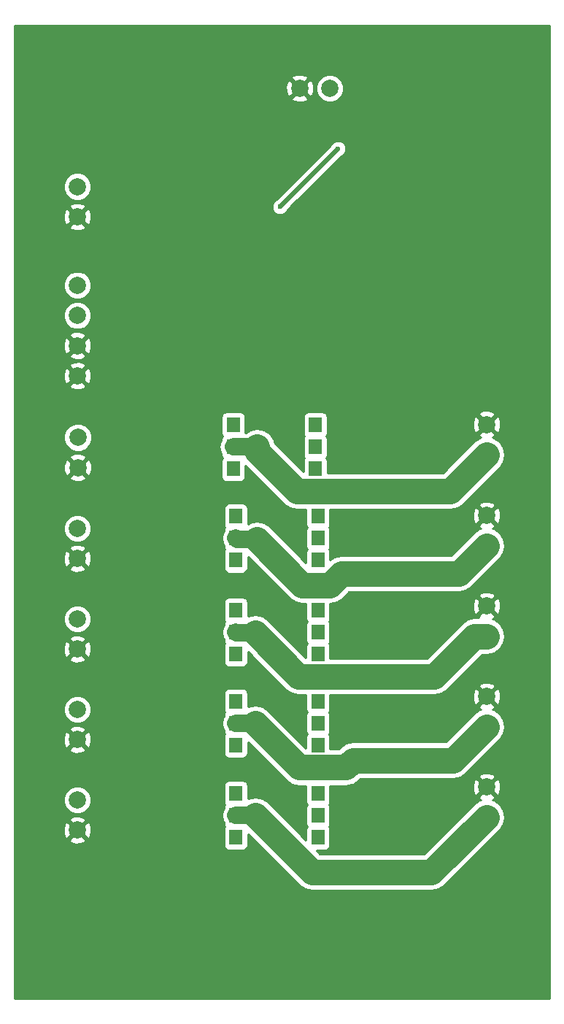
<source format=gbr>
G04 #@! TF.FileFunction,Copper,L2,Bot,Signal*
%FSLAX46Y46*%
G04 Gerber Fmt 4.6, Leading zero omitted, Abs format (unit mm)*
G04 Created by KiCad (PCBNEW 4.0.4-stable) date Saturday, January 07, 2017 'PMt' 11:38:11 PM*
%MOMM*%
%LPD*%
G01*
G04 APERTURE LIST*
%ADD10C,0.100000*%
%ADD11C,2.000000*%
%ADD12R,1.520000X1.780000*%
%ADD13C,11.000000*%
%ADD14C,0.700000*%
%ADD15C,0.600000*%
%ADD16C,1.000000*%
%ADD17C,0.500000*%
%ADD18C,3.000000*%
%ADD19C,2.000000*%
%ADD20C,0.254000*%
G04 APERTURE END LIST*
D10*
D11*
X8000000Y-19400000D03*
X8000000Y-22900000D03*
X8000000Y-30850000D03*
X8000000Y-34350000D03*
X8000000Y-37850000D03*
X8000000Y-41350000D03*
X37300000Y-8000000D03*
X33800000Y-8000000D03*
X8050000Y-48500000D03*
X8050000Y-52000000D03*
X8000000Y-59050000D03*
X8000000Y-62550000D03*
X8000000Y-69550000D03*
X8000000Y-73050000D03*
X8000000Y-80050000D03*
X8000000Y-83550000D03*
X8000000Y-90550000D03*
X8000000Y-94050000D03*
X55500000Y-50500000D03*
X55500000Y-47000000D03*
X55500000Y-61050000D03*
X55500000Y-57550000D03*
X55500000Y-71550000D03*
X55500000Y-68050000D03*
X55500000Y-82050000D03*
X55500000Y-78550000D03*
X55500000Y-92550000D03*
X55500000Y-89050000D03*
D12*
X26085000Y-49600000D03*
X35615000Y-49600000D03*
X26085000Y-52140000D03*
X26085000Y-47060000D03*
X35615000Y-47060000D03*
X35615000Y-52140000D03*
X26385000Y-60200000D03*
X35915000Y-60200000D03*
X26385000Y-62740000D03*
X26385000Y-57660000D03*
X35915000Y-57660000D03*
X35915000Y-62740000D03*
X26385000Y-71100000D03*
X35915000Y-71100000D03*
X26385000Y-73640000D03*
X26385000Y-68560000D03*
X35915000Y-68560000D03*
X35915000Y-73640000D03*
X26385000Y-81650000D03*
X35915000Y-81650000D03*
X26385000Y-84190000D03*
X26385000Y-79110000D03*
X35915000Y-79110000D03*
X35915000Y-84190000D03*
X26385000Y-92350000D03*
X35915000Y-92350000D03*
X26385000Y-94890000D03*
X26385000Y-89810000D03*
X35915000Y-89810000D03*
X35915000Y-94890000D03*
D13*
X7800000Y-7300000D03*
D14*
X11925000Y-7300000D03*
X10726815Y-10226815D03*
X7800000Y-11425000D03*
X4873185Y-10226815D03*
X3675000Y-7300000D03*
X4873185Y-4373185D03*
X7800000Y-3175000D03*
X10726815Y-4373185D03*
D13*
X7323185Y-106823185D03*
D14*
X11448185Y-106823185D03*
X10250000Y-109750000D03*
X7323185Y-110948185D03*
X4396370Y-109750000D03*
X3198185Y-106823185D03*
X4396370Y-103896370D03*
X7323185Y-102698185D03*
X10250000Y-103896370D03*
D13*
X56223185Y-7273185D03*
D14*
X60348185Y-7273185D03*
X59150000Y-10200000D03*
X56223185Y-11398185D03*
X53296370Y-10200000D03*
X52098185Y-7273185D03*
X53296370Y-4346370D03*
X56223185Y-3148185D03*
X59150000Y-4346370D03*
D13*
X56250000Y-106875000D03*
D14*
X60375000Y-106875000D03*
X59176815Y-109801815D03*
X56250000Y-111000000D03*
X53323185Y-109801815D03*
X52125000Y-106875000D03*
X53323185Y-103948185D03*
X56250000Y-102750000D03*
X59176815Y-103948185D03*
D15*
X31500000Y-21750000D03*
X38250000Y-15000000D03*
D16*
X20000000Y-20000000D03*
D15*
X21200000Y-34350000D03*
X18700000Y-38700000D03*
X24850000Y-16350000D03*
X24850000Y-15100000D03*
X22250000Y-16300000D03*
X22250000Y-15050000D03*
D17*
X32200000Y-21050000D02*
X31500000Y-21750000D01*
X38250000Y-15000000D02*
X32200000Y-21050000D01*
D18*
X28850000Y-49600000D02*
X28850000Y-50085002D01*
X28850000Y-50085002D02*
X33494999Y-54730001D01*
X33494999Y-54730001D02*
X51269999Y-54730001D01*
X51269999Y-54730001D02*
X54500001Y-51499999D01*
X54500001Y-51499999D02*
X55500000Y-50500000D01*
D19*
X27600000Y-49600000D02*
X28850000Y-49600000D01*
X26085000Y-49600000D02*
X27600000Y-49600000D01*
X28814998Y-60350000D02*
X26535000Y-60350000D01*
X26535000Y-60350000D02*
X26385000Y-60200000D01*
D18*
X37300000Y-65650000D02*
X34114998Y-65650000D01*
X34114998Y-65650000D02*
X28814998Y-60350000D01*
X52250000Y-64300000D02*
X38650000Y-64300000D01*
X38650000Y-64300000D02*
X37300000Y-65650000D01*
X55500000Y-61050000D02*
X52250000Y-64300000D01*
D19*
X28650000Y-71200000D02*
X26485000Y-71200000D01*
X26485000Y-71200000D02*
X26385000Y-71100000D01*
D18*
X33680001Y-76230001D02*
X28650000Y-71200000D01*
X55500000Y-71550000D02*
X54085787Y-71550000D01*
X54085787Y-71550000D02*
X49405786Y-76230001D01*
X49405786Y-76230001D02*
X33680001Y-76230001D01*
D19*
X28650000Y-81700000D02*
X26435000Y-81700000D01*
X26435000Y-81700000D02*
X26385000Y-81650000D01*
D18*
X33730001Y-86780001D02*
X28650000Y-81700000D01*
X51600000Y-85950000D02*
X39985000Y-85950000D01*
X39985000Y-85950000D02*
X39154999Y-86780001D01*
X39154999Y-86780001D02*
X33730001Y-86780001D01*
X55500000Y-82050000D02*
X51600000Y-85950000D01*
D19*
X28664998Y-92350000D02*
X26385000Y-92350000D01*
D18*
X49100000Y-98950000D02*
X35264998Y-98950000D01*
X35264998Y-98950000D02*
X28664998Y-92350000D01*
X55500000Y-92550000D02*
X49100000Y-98950000D01*
D20*
G36*
X62790000Y-113590000D02*
X710000Y-113590000D01*
X710000Y-111143254D01*
X6338015Y-111143254D01*
X6487656Y-111505414D01*
X6764499Y-111782740D01*
X7126397Y-111933013D01*
X7518254Y-111933355D01*
X7880414Y-111783714D01*
X8157740Y-111506871D01*
X8287211Y-111195069D01*
X55264830Y-111195069D01*
X55414471Y-111557229D01*
X55691314Y-111834555D01*
X56053212Y-111984828D01*
X56445069Y-111985170D01*
X56807229Y-111835529D01*
X57084555Y-111558686D01*
X57234828Y-111196788D01*
X57235170Y-110804931D01*
X57085529Y-110442771D01*
X56808686Y-110165445D01*
X56446788Y-110015172D01*
X56054931Y-110014830D01*
X55692771Y-110164471D01*
X55415445Y-110441314D01*
X55265172Y-110803212D01*
X55264830Y-111195069D01*
X8287211Y-111195069D01*
X8308013Y-111144973D01*
X8308355Y-110753116D01*
X8158714Y-110390956D01*
X7881871Y-110113630D01*
X7519973Y-109963357D01*
X7128116Y-109963015D01*
X6765956Y-110112656D01*
X6488630Y-110389499D01*
X6338357Y-110751397D01*
X6338015Y-111143254D01*
X710000Y-111143254D01*
X710000Y-109945069D01*
X3411200Y-109945069D01*
X3560841Y-110307229D01*
X3837684Y-110584555D01*
X4199582Y-110734828D01*
X4591439Y-110735170D01*
X4953599Y-110585529D01*
X5230925Y-110308686D01*
X5381198Y-109946788D01*
X5381199Y-109945069D01*
X9264830Y-109945069D01*
X9414471Y-110307229D01*
X9691314Y-110584555D01*
X10053212Y-110734828D01*
X10445069Y-110735170D01*
X10807229Y-110585529D01*
X11084555Y-110308686D01*
X11214026Y-109996884D01*
X52338015Y-109996884D01*
X52487656Y-110359044D01*
X52764499Y-110636370D01*
X53126397Y-110786643D01*
X53518254Y-110786985D01*
X53880414Y-110637344D01*
X54157740Y-110360501D01*
X54308013Y-109998603D01*
X54308014Y-109996884D01*
X58191645Y-109996884D01*
X58341286Y-110359044D01*
X58618129Y-110636370D01*
X58980027Y-110786643D01*
X59371884Y-110786985D01*
X59734044Y-110637344D01*
X60011370Y-110360501D01*
X60161643Y-109998603D01*
X60161985Y-109606746D01*
X60012344Y-109244586D01*
X59735501Y-108967260D01*
X59373603Y-108816987D01*
X58981746Y-108816645D01*
X58619586Y-108966286D01*
X58342260Y-109243129D01*
X58191987Y-109605027D01*
X58191645Y-109996884D01*
X54308014Y-109996884D01*
X54308355Y-109606746D01*
X54158714Y-109244586D01*
X53881871Y-108967260D01*
X53519973Y-108816987D01*
X53128116Y-108816645D01*
X52765956Y-108966286D01*
X52488630Y-109243129D01*
X52338357Y-109605027D01*
X52338015Y-109996884D01*
X11214026Y-109996884D01*
X11234828Y-109946788D01*
X11235170Y-109554931D01*
X11085529Y-109192771D01*
X10808686Y-108915445D01*
X10446788Y-108765172D01*
X10054931Y-108764830D01*
X9692771Y-108914471D01*
X9415445Y-109191314D01*
X9265172Y-109553212D01*
X9264830Y-109945069D01*
X5381199Y-109945069D01*
X5381540Y-109554931D01*
X5231899Y-109192771D01*
X4955056Y-108915445D01*
X4593158Y-108765172D01*
X4201301Y-108764830D01*
X3839141Y-108914471D01*
X3561815Y-109191314D01*
X3411542Y-109553212D01*
X3411200Y-109945069D01*
X710000Y-109945069D01*
X710000Y-107018254D01*
X2213015Y-107018254D01*
X2362656Y-107380414D01*
X2639499Y-107657740D01*
X3001397Y-107808013D01*
X3393254Y-107808355D01*
X3755414Y-107658714D01*
X4032740Y-107381871D01*
X4183013Y-107019973D01*
X4183014Y-107018254D01*
X10463015Y-107018254D01*
X10612656Y-107380414D01*
X10889499Y-107657740D01*
X11251397Y-107808013D01*
X11643254Y-107808355D01*
X12005414Y-107658714D01*
X12282740Y-107381871D01*
X12412211Y-107070069D01*
X51139830Y-107070069D01*
X51289471Y-107432229D01*
X51566314Y-107709555D01*
X51928212Y-107859828D01*
X52320069Y-107860170D01*
X52682229Y-107710529D01*
X52959555Y-107433686D01*
X53109828Y-107071788D01*
X53109829Y-107070069D01*
X59389830Y-107070069D01*
X59539471Y-107432229D01*
X59816314Y-107709555D01*
X60178212Y-107859828D01*
X60570069Y-107860170D01*
X60932229Y-107710529D01*
X61209555Y-107433686D01*
X61359828Y-107071788D01*
X61360170Y-106679931D01*
X61210529Y-106317771D01*
X60933686Y-106040445D01*
X60571788Y-105890172D01*
X60179931Y-105889830D01*
X59817771Y-106039471D01*
X59540445Y-106316314D01*
X59390172Y-106678212D01*
X59389830Y-107070069D01*
X53109829Y-107070069D01*
X53110170Y-106679931D01*
X52960529Y-106317771D01*
X52683686Y-106040445D01*
X52321788Y-105890172D01*
X51929931Y-105889830D01*
X51567771Y-106039471D01*
X51290445Y-106316314D01*
X51140172Y-106678212D01*
X51139830Y-107070069D01*
X12412211Y-107070069D01*
X12433013Y-107019973D01*
X12433355Y-106628116D01*
X12283714Y-106265956D01*
X12006871Y-105988630D01*
X11644973Y-105838357D01*
X11253116Y-105838015D01*
X10890956Y-105987656D01*
X10613630Y-106264499D01*
X10463357Y-106626397D01*
X10463015Y-107018254D01*
X4183014Y-107018254D01*
X4183355Y-106628116D01*
X4033714Y-106265956D01*
X3756871Y-105988630D01*
X3394973Y-105838357D01*
X3003116Y-105838015D01*
X2640956Y-105987656D01*
X2363630Y-106264499D01*
X2213357Y-106626397D01*
X2213015Y-107018254D01*
X710000Y-107018254D01*
X710000Y-104091439D01*
X3411200Y-104091439D01*
X3560841Y-104453599D01*
X3837684Y-104730925D01*
X4199582Y-104881198D01*
X4591439Y-104881540D01*
X4953599Y-104731899D01*
X5230925Y-104455056D01*
X5381198Y-104093158D01*
X5381199Y-104091439D01*
X9264830Y-104091439D01*
X9414471Y-104453599D01*
X9691314Y-104730925D01*
X10053212Y-104881198D01*
X10445069Y-104881540D01*
X10807229Y-104731899D01*
X11084555Y-104455056D01*
X11214026Y-104143254D01*
X52338015Y-104143254D01*
X52487656Y-104505414D01*
X52764499Y-104782740D01*
X53126397Y-104933013D01*
X53518254Y-104933355D01*
X53880414Y-104783714D01*
X54157740Y-104506871D01*
X54308013Y-104144973D01*
X54308014Y-104143254D01*
X58191645Y-104143254D01*
X58341286Y-104505414D01*
X58618129Y-104782740D01*
X58980027Y-104933013D01*
X59371884Y-104933355D01*
X59734044Y-104783714D01*
X60011370Y-104506871D01*
X60161643Y-104144973D01*
X60161985Y-103753116D01*
X60012344Y-103390956D01*
X59735501Y-103113630D01*
X59373603Y-102963357D01*
X58981746Y-102963015D01*
X58619586Y-103112656D01*
X58342260Y-103389499D01*
X58191987Y-103751397D01*
X58191645Y-104143254D01*
X54308014Y-104143254D01*
X54308355Y-103753116D01*
X54158714Y-103390956D01*
X53881871Y-103113630D01*
X53519973Y-102963357D01*
X53128116Y-102963015D01*
X52765956Y-103112656D01*
X52488630Y-103389499D01*
X52338357Y-103751397D01*
X52338015Y-104143254D01*
X11214026Y-104143254D01*
X11234828Y-104093158D01*
X11235170Y-103701301D01*
X11085529Y-103339141D01*
X10808686Y-103061815D01*
X10527531Y-102945069D01*
X55264830Y-102945069D01*
X55414471Y-103307229D01*
X55691314Y-103584555D01*
X56053212Y-103734828D01*
X56445069Y-103735170D01*
X56807229Y-103585529D01*
X57084555Y-103308686D01*
X57234828Y-102946788D01*
X57235170Y-102554931D01*
X57085529Y-102192771D01*
X56808686Y-101915445D01*
X56446788Y-101765172D01*
X56054931Y-101764830D01*
X55692771Y-101914471D01*
X55415445Y-102191314D01*
X55265172Y-102553212D01*
X55264830Y-102945069D01*
X10527531Y-102945069D01*
X10446788Y-102911542D01*
X10054931Y-102911200D01*
X9692771Y-103060841D01*
X9415445Y-103337684D01*
X9265172Y-103699582D01*
X9264830Y-104091439D01*
X5381199Y-104091439D01*
X5381540Y-103701301D01*
X5231899Y-103339141D01*
X4955056Y-103061815D01*
X4593158Y-102911542D01*
X4201301Y-102911200D01*
X3839141Y-103060841D01*
X3561815Y-103337684D01*
X3411542Y-103699582D01*
X3411200Y-104091439D01*
X710000Y-104091439D01*
X710000Y-102893254D01*
X6338015Y-102893254D01*
X6487656Y-103255414D01*
X6764499Y-103532740D01*
X7126397Y-103683013D01*
X7518254Y-103683355D01*
X7880414Y-103533714D01*
X8157740Y-103256871D01*
X8308013Y-102894973D01*
X8308355Y-102503116D01*
X8158714Y-102140956D01*
X7881871Y-101863630D01*
X7519973Y-101713357D01*
X7128116Y-101713015D01*
X6765956Y-101862656D01*
X6488630Y-102139499D01*
X6338357Y-102501397D01*
X6338015Y-102893254D01*
X710000Y-102893254D01*
X710000Y-95202532D01*
X7027073Y-95202532D01*
X7125736Y-95469387D01*
X7735461Y-95695908D01*
X8385460Y-95671856D01*
X8874264Y-95469387D01*
X8972927Y-95202532D01*
X8000000Y-94229605D01*
X7027073Y-95202532D01*
X710000Y-95202532D01*
X710000Y-93785461D01*
X6354092Y-93785461D01*
X6378144Y-94435460D01*
X6580613Y-94924264D01*
X6847468Y-95022927D01*
X7820395Y-94050000D01*
X8179605Y-94050000D01*
X9152532Y-95022927D01*
X9419387Y-94924264D01*
X9645908Y-94314539D01*
X9621856Y-93664540D01*
X9419387Y-93175736D01*
X9152532Y-93077073D01*
X8179605Y-94050000D01*
X7820395Y-94050000D01*
X6847468Y-93077073D01*
X6580613Y-93175736D01*
X6354092Y-93785461D01*
X710000Y-93785461D01*
X710000Y-92897468D01*
X7027073Y-92897468D01*
X8000000Y-93870395D01*
X8972927Y-92897468D01*
X8874264Y-92630613D01*
X8264539Y-92404092D01*
X7614540Y-92428144D01*
X7125736Y-92630613D01*
X7027073Y-92897468D01*
X710000Y-92897468D01*
X710000Y-90873795D01*
X6364716Y-90873795D01*
X6613106Y-91474943D01*
X7072637Y-91935278D01*
X7673352Y-92184716D01*
X8323795Y-92185284D01*
X8924943Y-91936894D01*
X9385278Y-91477363D01*
X9634716Y-90876648D01*
X9635284Y-90226205D01*
X9386894Y-89625057D01*
X8927363Y-89164722D01*
X8326648Y-88915284D01*
X7676205Y-88914716D01*
X7075057Y-89163106D01*
X6614722Y-89622637D01*
X6365284Y-90223352D01*
X6364716Y-90873795D01*
X710000Y-90873795D01*
X710000Y-84702532D01*
X7027073Y-84702532D01*
X7125736Y-84969387D01*
X7735461Y-85195908D01*
X8385460Y-85171856D01*
X8874264Y-84969387D01*
X8972927Y-84702532D01*
X8000000Y-83729605D01*
X7027073Y-84702532D01*
X710000Y-84702532D01*
X710000Y-83285461D01*
X6354092Y-83285461D01*
X6378144Y-83935460D01*
X6580613Y-84424264D01*
X6847468Y-84522927D01*
X7820395Y-83550000D01*
X8179605Y-83550000D01*
X9152532Y-84522927D01*
X9419387Y-84424264D01*
X9645908Y-83814539D01*
X9621856Y-83164540D01*
X9419387Y-82675736D01*
X9152532Y-82577073D01*
X8179605Y-83550000D01*
X7820395Y-83550000D01*
X6847468Y-82577073D01*
X6580613Y-82675736D01*
X6354092Y-83285461D01*
X710000Y-83285461D01*
X710000Y-82397468D01*
X7027073Y-82397468D01*
X8000000Y-83370395D01*
X8972927Y-82397468D01*
X8874264Y-82130613D01*
X8264539Y-81904092D01*
X7614540Y-81928144D01*
X7125736Y-82130613D01*
X7027073Y-82397468D01*
X710000Y-82397468D01*
X710000Y-80373795D01*
X6364716Y-80373795D01*
X6613106Y-80974943D01*
X7072637Y-81435278D01*
X7673352Y-81684716D01*
X8323795Y-81685284D01*
X8924943Y-81436894D01*
X9385278Y-80977363D01*
X9634716Y-80376648D01*
X9635284Y-79726205D01*
X9386894Y-79125057D01*
X8927363Y-78664722D01*
X8326648Y-78415284D01*
X7676205Y-78414716D01*
X7075057Y-78663106D01*
X6614722Y-79122637D01*
X6365284Y-79723352D01*
X6364716Y-80373795D01*
X710000Y-80373795D01*
X710000Y-74202532D01*
X7027073Y-74202532D01*
X7125736Y-74469387D01*
X7735461Y-74695908D01*
X8385460Y-74671856D01*
X8874264Y-74469387D01*
X8972927Y-74202532D01*
X8000000Y-73229605D01*
X7027073Y-74202532D01*
X710000Y-74202532D01*
X710000Y-72785461D01*
X6354092Y-72785461D01*
X6378144Y-73435460D01*
X6580613Y-73924264D01*
X6847468Y-74022927D01*
X7820395Y-73050000D01*
X8179605Y-73050000D01*
X9152532Y-74022927D01*
X9419387Y-73924264D01*
X9645908Y-73314539D01*
X9621856Y-72664540D01*
X9419387Y-72175736D01*
X9152532Y-72077073D01*
X8179605Y-73050000D01*
X7820395Y-73050000D01*
X6847468Y-72077073D01*
X6580613Y-72175736D01*
X6354092Y-72785461D01*
X710000Y-72785461D01*
X710000Y-71897468D01*
X7027073Y-71897468D01*
X8000000Y-72870395D01*
X8972927Y-71897468D01*
X8874264Y-71630613D01*
X8264539Y-71404092D01*
X7614540Y-71428144D01*
X7125736Y-71630613D01*
X7027073Y-71897468D01*
X710000Y-71897468D01*
X710000Y-69873795D01*
X6364716Y-69873795D01*
X6613106Y-70474943D01*
X7072637Y-70935278D01*
X7673352Y-71184716D01*
X8323795Y-71185284D01*
X8924943Y-70936894D01*
X9385278Y-70477363D01*
X9634716Y-69876648D01*
X9635284Y-69226205D01*
X9386894Y-68625057D01*
X8927363Y-68164722D01*
X8326648Y-67915284D01*
X7676205Y-67914716D01*
X7075057Y-68163106D01*
X6614722Y-68622637D01*
X6365284Y-69223352D01*
X6364716Y-69873795D01*
X710000Y-69873795D01*
X710000Y-63702532D01*
X7027073Y-63702532D01*
X7125736Y-63969387D01*
X7735461Y-64195908D01*
X8385460Y-64171856D01*
X8874264Y-63969387D01*
X8972927Y-63702532D01*
X8000000Y-62729605D01*
X7027073Y-63702532D01*
X710000Y-63702532D01*
X710000Y-62285461D01*
X6354092Y-62285461D01*
X6378144Y-62935460D01*
X6580613Y-63424264D01*
X6847468Y-63522927D01*
X7820395Y-62550000D01*
X8179605Y-62550000D01*
X9152532Y-63522927D01*
X9419387Y-63424264D01*
X9645908Y-62814539D01*
X9621856Y-62164540D01*
X9419387Y-61675736D01*
X9152532Y-61577073D01*
X8179605Y-62550000D01*
X7820395Y-62550000D01*
X6847468Y-61577073D01*
X6580613Y-61675736D01*
X6354092Y-62285461D01*
X710000Y-62285461D01*
X710000Y-61397468D01*
X7027073Y-61397468D01*
X8000000Y-62370395D01*
X8972927Y-61397468D01*
X8874264Y-61130613D01*
X8264539Y-60904092D01*
X7614540Y-60928144D01*
X7125736Y-61130613D01*
X7027073Y-61397468D01*
X710000Y-61397468D01*
X710000Y-59373795D01*
X6364716Y-59373795D01*
X6613106Y-59974943D01*
X7072637Y-60435278D01*
X7673352Y-60684716D01*
X8323795Y-60685284D01*
X8924943Y-60436894D01*
X9385278Y-59977363D01*
X9634716Y-59376648D01*
X9635284Y-58726205D01*
X9386894Y-58125057D01*
X8927363Y-57664722D01*
X8326648Y-57415284D01*
X7676205Y-57414716D01*
X7075057Y-57663106D01*
X6614722Y-58122637D01*
X6365284Y-58723352D01*
X6364716Y-59373795D01*
X710000Y-59373795D01*
X710000Y-53152532D01*
X7077073Y-53152532D01*
X7175736Y-53419387D01*
X7785461Y-53645908D01*
X8435460Y-53621856D01*
X8924264Y-53419387D01*
X9022927Y-53152532D01*
X8050000Y-52179605D01*
X7077073Y-53152532D01*
X710000Y-53152532D01*
X710000Y-51735461D01*
X6404092Y-51735461D01*
X6428144Y-52385460D01*
X6630613Y-52874264D01*
X6897468Y-52972927D01*
X7870395Y-52000000D01*
X8229605Y-52000000D01*
X9202532Y-52972927D01*
X9469387Y-52874264D01*
X9695908Y-52264539D01*
X9671856Y-51614540D01*
X9469387Y-51125736D01*
X9202532Y-51027073D01*
X8229605Y-52000000D01*
X7870395Y-52000000D01*
X6897468Y-51027073D01*
X6630613Y-51125736D01*
X6404092Y-51735461D01*
X710000Y-51735461D01*
X710000Y-50847468D01*
X7077073Y-50847468D01*
X8050000Y-51820395D01*
X9022927Y-50847468D01*
X8924264Y-50580613D01*
X8314539Y-50354092D01*
X7664540Y-50378144D01*
X7175736Y-50580613D01*
X7077073Y-50847468D01*
X710000Y-50847468D01*
X710000Y-48823795D01*
X6414716Y-48823795D01*
X6663106Y-49424943D01*
X7122637Y-49885278D01*
X7723352Y-50134716D01*
X8373795Y-50135284D01*
X8974943Y-49886894D01*
X9262338Y-49600000D01*
X24450000Y-49600000D01*
X24574457Y-50225687D01*
X24677560Y-50379992D01*
X24677560Y-50490000D01*
X24721838Y-50725317D01*
X24815503Y-50870877D01*
X24728569Y-50998110D01*
X24677560Y-51250000D01*
X24677560Y-53030000D01*
X24721838Y-53265317D01*
X24860910Y-53481441D01*
X25073110Y-53626431D01*
X25325000Y-53677440D01*
X26845000Y-53677440D01*
X27080317Y-53633162D01*
X27296441Y-53494090D01*
X27441431Y-53281890D01*
X27492440Y-53030000D01*
X27492440Y-51746788D01*
X31985326Y-56239674D01*
X32677970Y-56702484D01*
X33494999Y-56865001D01*
X34507560Y-56865001D01*
X34507560Y-58550000D01*
X34551838Y-58785317D01*
X34645503Y-58930877D01*
X34558569Y-59058110D01*
X34507560Y-59310000D01*
X34507560Y-61090000D01*
X34551838Y-61325317D01*
X34645503Y-61470877D01*
X34558569Y-61598110D01*
X34507560Y-61850000D01*
X34507560Y-63023216D01*
X30324671Y-58840327D01*
X29632027Y-58377517D01*
X28814998Y-58215000D01*
X27997969Y-58377517D01*
X27792440Y-58514847D01*
X27792440Y-56770000D01*
X27748162Y-56534683D01*
X27609090Y-56318559D01*
X27396890Y-56173569D01*
X27145000Y-56122560D01*
X25625000Y-56122560D01*
X25389683Y-56166838D01*
X25173559Y-56305910D01*
X25028569Y-56518110D01*
X24977560Y-56770000D01*
X24977560Y-58550000D01*
X25021838Y-58785317D01*
X25115503Y-58930877D01*
X25028569Y-59058110D01*
X24977560Y-59310000D01*
X24977560Y-59420007D01*
X24874457Y-59574312D01*
X24749999Y-60200000D01*
X24874457Y-60825688D01*
X24977560Y-60979993D01*
X24977560Y-61090000D01*
X25021838Y-61325317D01*
X25115503Y-61470877D01*
X25028569Y-61598110D01*
X24977560Y-61850000D01*
X24977560Y-63630000D01*
X25021838Y-63865317D01*
X25160910Y-64081441D01*
X25373110Y-64226431D01*
X25625000Y-64277440D01*
X27145000Y-64277440D01*
X27380317Y-64233162D01*
X27596441Y-64094090D01*
X27741431Y-63881890D01*
X27792440Y-63630000D01*
X27792440Y-62346788D01*
X32605325Y-67159673D01*
X33297969Y-67622483D01*
X34114998Y-67785000D01*
X34507560Y-67785000D01*
X34507560Y-69450000D01*
X34551838Y-69685317D01*
X34645503Y-69830877D01*
X34558569Y-69958110D01*
X34507560Y-70210000D01*
X34507560Y-71990000D01*
X34551838Y-72225317D01*
X34645503Y-72370877D01*
X34558569Y-72498110D01*
X34507560Y-72750000D01*
X34507560Y-74038214D01*
X30159673Y-69690327D01*
X29467029Y-69227517D01*
X28650000Y-69065000D01*
X27832971Y-69227517D01*
X27792440Y-69254599D01*
X27792440Y-67670000D01*
X27748162Y-67434683D01*
X27609090Y-67218559D01*
X27396890Y-67073569D01*
X27145000Y-67022560D01*
X25625000Y-67022560D01*
X25389683Y-67066838D01*
X25173559Y-67205910D01*
X25028569Y-67418110D01*
X24977560Y-67670000D01*
X24977560Y-69450000D01*
X25021838Y-69685317D01*
X25115503Y-69830877D01*
X25028569Y-69958110D01*
X24977560Y-70210000D01*
X24977560Y-70320007D01*
X24874457Y-70474312D01*
X24749999Y-71100000D01*
X24874457Y-71725688D01*
X24977560Y-71879993D01*
X24977560Y-71990000D01*
X25021838Y-72225317D01*
X25115503Y-72370877D01*
X25028569Y-72498110D01*
X24977560Y-72750000D01*
X24977560Y-74530000D01*
X25021838Y-74765317D01*
X25160910Y-74981441D01*
X25373110Y-75126431D01*
X25625000Y-75177440D01*
X27145000Y-75177440D01*
X27380317Y-75133162D01*
X27596441Y-74994090D01*
X27741431Y-74781890D01*
X27792440Y-74530000D01*
X27792440Y-73361786D01*
X32170328Y-77739674D01*
X32862972Y-78202484D01*
X33680001Y-78365001D01*
X34507560Y-78365001D01*
X34507560Y-80000000D01*
X34551838Y-80235317D01*
X34645503Y-80380877D01*
X34558569Y-80508110D01*
X34507560Y-80760000D01*
X34507560Y-82540000D01*
X34551838Y-82775317D01*
X34645503Y-82920877D01*
X34558569Y-83048110D01*
X34507560Y-83300000D01*
X34507560Y-84538214D01*
X30159673Y-80190327D01*
X29467029Y-79727517D01*
X28650000Y-79565000D01*
X27832971Y-79727517D01*
X27792440Y-79754599D01*
X27792440Y-78220000D01*
X27748162Y-77984683D01*
X27609090Y-77768559D01*
X27396890Y-77623569D01*
X27145000Y-77572560D01*
X25625000Y-77572560D01*
X25389683Y-77616838D01*
X25173559Y-77755910D01*
X25028569Y-77968110D01*
X24977560Y-78220000D01*
X24977560Y-80000000D01*
X25021838Y-80235317D01*
X25115503Y-80380877D01*
X25028569Y-80508110D01*
X24977560Y-80760000D01*
X24977560Y-80870007D01*
X24874457Y-81024312D01*
X24749999Y-81650000D01*
X24874457Y-82275688D01*
X24977560Y-82429993D01*
X24977560Y-82540000D01*
X25021838Y-82775317D01*
X25115503Y-82920877D01*
X25028569Y-83048110D01*
X24977560Y-83300000D01*
X24977560Y-85080000D01*
X25021838Y-85315317D01*
X25160910Y-85531441D01*
X25373110Y-85676431D01*
X25625000Y-85727440D01*
X27145000Y-85727440D01*
X27380317Y-85683162D01*
X27596441Y-85544090D01*
X27741431Y-85331890D01*
X27792440Y-85080000D01*
X27792440Y-83861786D01*
X32220328Y-88289674D01*
X32912971Y-88752484D01*
X33730001Y-88915001D01*
X34508572Y-88915001D01*
X34507560Y-88920000D01*
X34507560Y-90700000D01*
X34551838Y-90935317D01*
X34645503Y-91080877D01*
X34558569Y-91208110D01*
X34507560Y-91460000D01*
X34507560Y-93240000D01*
X34551838Y-93475317D01*
X34645503Y-93620877D01*
X34558569Y-93748110D01*
X34507560Y-94000000D01*
X34507560Y-95173216D01*
X30174671Y-90840327D01*
X29482027Y-90377517D01*
X28664998Y-90215000D01*
X27847969Y-90377517D01*
X27792440Y-90414620D01*
X27792440Y-88920000D01*
X27748162Y-88684683D01*
X27609090Y-88468559D01*
X27396890Y-88323569D01*
X27145000Y-88272560D01*
X25625000Y-88272560D01*
X25389683Y-88316838D01*
X25173559Y-88455910D01*
X25028569Y-88668110D01*
X24977560Y-88920000D01*
X24977560Y-90700000D01*
X25021838Y-90935317D01*
X25115503Y-91080877D01*
X25028569Y-91208110D01*
X24977560Y-91460000D01*
X24977560Y-91570008D01*
X24874457Y-91724313D01*
X24750000Y-92350000D01*
X24874457Y-92975687D01*
X24977560Y-93129992D01*
X24977560Y-93240000D01*
X25021838Y-93475317D01*
X25115503Y-93620877D01*
X25028569Y-93748110D01*
X24977560Y-94000000D01*
X24977560Y-95780000D01*
X25021838Y-96015317D01*
X25160910Y-96231441D01*
X25373110Y-96376431D01*
X25625000Y-96427440D01*
X27145000Y-96427440D01*
X27380317Y-96383162D01*
X27596441Y-96244090D01*
X27741431Y-96031890D01*
X27792440Y-95780000D01*
X27792440Y-94496788D01*
X33755325Y-100459673D01*
X34447969Y-100922483D01*
X35264998Y-101085000D01*
X49100000Y-101085000D01*
X49917029Y-100922483D01*
X50609673Y-100459673D01*
X57009673Y-94059673D01*
X57472483Y-93367029D01*
X57635000Y-92550000D01*
X57472483Y-91732970D01*
X57009673Y-91040327D01*
X56317030Y-90577517D01*
X56179337Y-90550128D01*
X56374264Y-90469387D01*
X56472927Y-90202532D01*
X55500000Y-89229605D01*
X54527073Y-90202532D01*
X54625736Y-90469387D01*
X54835255Y-90547226D01*
X54682971Y-90577517D01*
X53990327Y-91040327D01*
X48215654Y-96815000D01*
X36149344Y-96815000D01*
X35761784Y-96427440D01*
X36675000Y-96427440D01*
X36910317Y-96383162D01*
X37126441Y-96244090D01*
X37271431Y-96031890D01*
X37322440Y-95780000D01*
X37322440Y-94000000D01*
X37278162Y-93764683D01*
X37184497Y-93619123D01*
X37271431Y-93491890D01*
X37322440Y-93240000D01*
X37322440Y-91460000D01*
X37278162Y-91224683D01*
X37184497Y-91079123D01*
X37271431Y-90951890D01*
X37322440Y-90700000D01*
X37322440Y-88920000D01*
X37321499Y-88915001D01*
X39154999Y-88915001D01*
X39806241Y-88785461D01*
X53854092Y-88785461D01*
X53878144Y-89435460D01*
X54080613Y-89924264D01*
X54347468Y-90022927D01*
X55320395Y-89050000D01*
X55679605Y-89050000D01*
X56652532Y-90022927D01*
X56919387Y-89924264D01*
X57145908Y-89314539D01*
X57121856Y-88664540D01*
X56919387Y-88175736D01*
X56652532Y-88077073D01*
X55679605Y-89050000D01*
X55320395Y-89050000D01*
X54347468Y-88077073D01*
X54080613Y-88175736D01*
X53854092Y-88785461D01*
X39806241Y-88785461D01*
X39972028Y-88752484D01*
X40664672Y-88289674D01*
X40869346Y-88085000D01*
X51600000Y-88085000D01*
X52417029Y-87922483D01*
X52454466Y-87897468D01*
X54527073Y-87897468D01*
X55500000Y-88870395D01*
X56472927Y-87897468D01*
X56374264Y-87630613D01*
X55764539Y-87404092D01*
X55114540Y-87428144D01*
X54625736Y-87630613D01*
X54527073Y-87897468D01*
X52454466Y-87897468D01*
X53109673Y-87459673D01*
X57009673Y-83559673D01*
X57472483Y-82867029D01*
X57635000Y-82050000D01*
X57472483Y-81232971D01*
X57009673Y-80540327D01*
X56317029Y-80077517D01*
X56179337Y-80050128D01*
X56374264Y-79969387D01*
X56472927Y-79702532D01*
X55500000Y-78729605D01*
X54527073Y-79702532D01*
X54625736Y-79969387D01*
X54835255Y-80047226D01*
X54682971Y-80077517D01*
X53990327Y-80540327D01*
X50715654Y-83815000D01*
X39985000Y-83815000D01*
X39167971Y-83977517D01*
X38475327Y-84440327D01*
X38270653Y-84645001D01*
X37322440Y-84645001D01*
X37322440Y-83300000D01*
X37278162Y-83064683D01*
X37184497Y-82919123D01*
X37271431Y-82791890D01*
X37322440Y-82540000D01*
X37322440Y-80760000D01*
X37278162Y-80524683D01*
X37184497Y-80379123D01*
X37271431Y-80251890D01*
X37322440Y-80000000D01*
X37322440Y-78365001D01*
X49405786Y-78365001D01*
X49805661Y-78285461D01*
X53854092Y-78285461D01*
X53878144Y-78935460D01*
X54080613Y-79424264D01*
X54347468Y-79522927D01*
X55320395Y-78550000D01*
X55679605Y-78550000D01*
X56652532Y-79522927D01*
X56919387Y-79424264D01*
X57145908Y-78814539D01*
X57121856Y-78164540D01*
X56919387Y-77675736D01*
X56652532Y-77577073D01*
X55679605Y-78550000D01*
X55320395Y-78550000D01*
X54347468Y-77577073D01*
X54080613Y-77675736D01*
X53854092Y-78285461D01*
X49805661Y-78285461D01*
X50222815Y-78202484D01*
X50915459Y-77739674D01*
X51257665Y-77397468D01*
X54527073Y-77397468D01*
X55500000Y-78370395D01*
X56472927Y-77397468D01*
X56374264Y-77130613D01*
X55764539Y-76904092D01*
X55114540Y-76928144D01*
X54625736Y-77130613D01*
X54527073Y-77397468D01*
X51257665Y-77397468D01*
X54970133Y-73685000D01*
X55500000Y-73685000D01*
X56317029Y-73522483D01*
X57009673Y-73059673D01*
X57472483Y-72367029D01*
X57635000Y-71550000D01*
X57472483Y-70732971D01*
X57009673Y-70040327D01*
X56317029Y-69577517D01*
X56179337Y-69550128D01*
X56374264Y-69469387D01*
X56472927Y-69202532D01*
X55500000Y-68229605D01*
X54527073Y-69202532D01*
X54605628Y-69415000D01*
X54085787Y-69415000D01*
X53268758Y-69577517D01*
X52576114Y-70040327D01*
X48521440Y-74095001D01*
X37322440Y-74095001D01*
X37322440Y-72750000D01*
X37278162Y-72514683D01*
X37184497Y-72369123D01*
X37271431Y-72241890D01*
X37322440Y-71990000D01*
X37322440Y-70210000D01*
X37278162Y-69974683D01*
X37184497Y-69829123D01*
X37271431Y-69701890D01*
X37322440Y-69450000D01*
X37322440Y-67785461D01*
X53854092Y-67785461D01*
X53878144Y-68435460D01*
X54080613Y-68924264D01*
X54347468Y-69022927D01*
X55320395Y-68050000D01*
X55679605Y-68050000D01*
X56652532Y-69022927D01*
X56919387Y-68924264D01*
X57145908Y-68314539D01*
X57121856Y-67664540D01*
X56919387Y-67175736D01*
X56652532Y-67077073D01*
X55679605Y-68050000D01*
X55320395Y-68050000D01*
X54347468Y-67077073D01*
X54080613Y-67175736D01*
X53854092Y-67785461D01*
X37322440Y-67785461D01*
X37322440Y-67780536D01*
X38117029Y-67622483D01*
X38809673Y-67159673D01*
X39071878Y-66897468D01*
X54527073Y-66897468D01*
X55500000Y-67870395D01*
X56472927Y-66897468D01*
X56374264Y-66630613D01*
X55764539Y-66404092D01*
X55114540Y-66428144D01*
X54625736Y-66630613D01*
X54527073Y-66897468D01*
X39071878Y-66897468D01*
X39534346Y-66435000D01*
X52250000Y-66435000D01*
X53067029Y-66272483D01*
X53759673Y-65809673D01*
X57009673Y-62559673D01*
X57472483Y-61867029D01*
X57635000Y-61050000D01*
X57472483Y-60232971D01*
X57009673Y-59540327D01*
X56317029Y-59077517D01*
X56179337Y-59050128D01*
X56374264Y-58969387D01*
X56472927Y-58702532D01*
X55500000Y-57729605D01*
X54527073Y-58702532D01*
X54625736Y-58969387D01*
X54835255Y-59047226D01*
X54682971Y-59077517D01*
X53990327Y-59540327D01*
X51365654Y-62165000D01*
X38650000Y-62165000D01*
X37832970Y-62327517D01*
X37322440Y-62668643D01*
X37322440Y-61850000D01*
X37278162Y-61614683D01*
X37184497Y-61469123D01*
X37271431Y-61341890D01*
X37322440Y-61090000D01*
X37322440Y-59310000D01*
X37278162Y-59074683D01*
X37184497Y-58929123D01*
X37271431Y-58801890D01*
X37322440Y-58550000D01*
X37322440Y-57285461D01*
X53854092Y-57285461D01*
X53878144Y-57935460D01*
X54080613Y-58424264D01*
X54347468Y-58522927D01*
X55320395Y-57550000D01*
X55679605Y-57550000D01*
X56652532Y-58522927D01*
X56919387Y-58424264D01*
X57145908Y-57814539D01*
X57121856Y-57164540D01*
X56919387Y-56675736D01*
X56652532Y-56577073D01*
X55679605Y-57550000D01*
X55320395Y-57550000D01*
X54347468Y-56577073D01*
X54080613Y-56675736D01*
X53854092Y-57285461D01*
X37322440Y-57285461D01*
X37322440Y-56865001D01*
X51269999Y-56865001D01*
X52087028Y-56702484D01*
X52543516Y-56397468D01*
X54527073Y-56397468D01*
X55500000Y-57370395D01*
X56472927Y-56397468D01*
X56374264Y-56130613D01*
X55764539Y-55904092D01*
X55114540Y-55928144D01*
X54625736Y-56130613D01*
X54527073Y-56397468D01*
X52543516Y-56397468D01*
X52779672Y-56239674D01*
X57009673Y-52009673D01*
X57472483Y-51317029D01*
X57635000Y-50500000D01*
X57472483Y-49682971D01*
X57009673Y-48990327D01*
X56317029Y-48527517D01*
X56179337Y-48500128D01*
X56374264Y-48419387D01*
X56472927Y-48152532D01*
X55500000Y-47179605D01*
X54527073Y-48152532D01*
X54625736Y-48419387D01*
X54835255Y-48497226D01*
X54682971Y-48527517D01*
X53990327Y-48990327D01*
X50385653Y-52595001D01*
X37022440Y-52595001D01*
X37022440Y-51250000D01*
X36978162Y-51014683D01*
X36884497Y-50869123D01*
X36971431Y-50741890D01*
X37022440Y-50490000D01*
X37022440Y-48710000D01*
X36978162Y-48474683D01*
X36884497Y-48329123D01*
X36971431Y-48201890D01*
X37022440Y-47950000D01*
X37022440Y-46735461D01*
X53854092Y-46735461D01*
X53878144Y-47385460D01*
X54080613Y-47874264D01*
X54347468Y-47972927D01*
X55320395Y-47000000D01*
X55679605Y-47000000D01*
X56652532Y-47972927D01*
X56919387Y-47874264D01*
X57145908Y-47264539D01*
X57121856Y-46614540D01*
X56919387Y-46125736D01*
X56652532Y-46027073D01*
X55679605Y-47000000D01*
X55320395Y-47000000D01*
X54347468Y-46027073D01*
X54080613Y-46125736D01*
X53854092Y-46735461D01*
X37022440Y-46735461D01*
X37022440Y-46170000D01*
X36978162Y-45934683D01*
X36922041Y-45847468D01*
X54527073Y-45847468D01*
X55500000Y-46820395D01*
X56472927Y-45847468D01*
X56374264Y-45580613D01*
X55764539Y-45354092D01*
X55114540Y-45378144D01*
X54625736Y-45580613D01*
X54527073Y-45847468D01*
X36922041Y-45847468D01*
X36839090Y-45718559D01*
X36626890Y-45573569D01*
X36375000Y-45522560D01*
X34855000Y-45522560D01*
X34619683Y-45566838D01*
X34403559Y-45705910D01*
X34258569Y-45918110D01*
X34207560Y-46170000D01*
X34207560Y-47950000D01*
X34251838Y-48185317D01*
X34345503Y-48330877D01*
X34258569Y-48458110D01*
X34207560Y-48710000D01*
X34207560Y-50490000D01*
X34251838Y-50725317D01*
X34345503Y-50870877D01*
X34258569Y-50998110D01*
X34207560Y-51250000D01*
X34207560Y-52423216D01*
X30885842Y-49101498D01*
X30822483Y-48782971D01*
X30359673Y-48090327D01*
X29667029Y-47627517D01*
X28850000Y-47465000D01*
X28032971Y-47627517D01*
X27527892Y-47965000D01*
X27489402Y-47965000D01*
X27492440Y-47950000D01*
X27492440Y-46170000D01*
X27448162Y-45934683D01*
X27309090Y-45718559D01*
X27096890Y-45573569D01*
X26845000Y-45522560D01*
X25325000Y-45522560D01*
X25089683Y-45566838D01*
X24873559Y-45705910D01*
X24728569Y-45918110D01*
X24677560Y-46170000D01*
X24677560Y-47950000D01*
X24721838Y-48185317D01*
X24815503Y-48330877D01*
X24728569Y-48458110D01*
X24677560Y-48710000D01*
X24677560Y-48820008D01*
X24574457Y-48974313D01*
X24450000Y-49600000D01*
X9262338Y-49600000D01*
X9435278Y-49427363D01*
X9684716Y-48826648D01*
X9685284Y-48176205D01*
X9436894Y-47575057D01*
X8977363Y-47114722D01*
X8376648Y-46865284D01*
X7726205Y-46864716D01*
X7125057Y-47113106D01*
X6664722Y-47572637D01*
X6415284Y-48173352D01*
X6414716Y-48823795D01*
X710000Y-48823795D01*
X710000Y-42502532D01*
X7027073Y-42502532D01*
X7125736Y-42769387D01*
X7735461Y-42995908D01*
X8385460Y-42971856D01*
X8874264Y-42769387D01*
X8972927Y-42502532D01*
X8000000Y-41529605D01*
X7027073Y-42502532D01*
X710000Y-42502532D01*
X710000Y-41085461D01*
X6354092Y-41085461D01*
X6378144Y-41735460D01*
X6580613Y-42224264D01*
X6847468Y-42322927D01*
X7820395Y-41350000D01*
X8179605Y-41350000D01*
X9152532Y-42322927D01*
X9419387Y-42224264D01*
X9645908Y-41614539D01*
X9621856Y-40964540D01*
X9419387Y-40475736D01*
X9152532Y-40377073D01*
X8179605Y-41350000D01*
X7820395Y-41350000D01*
X6847468Y-40377073D01*
X6580613Y-40475736D01*
X6354092Y-41085461D01*
X710000Y-41085461D01*
X710000Y-40197468D01*
X7027073Y-40197468D01*
X8000000Y-41170395D01*
X8972927Y-40197468D01*
X8874264Y-39930613D01*
X8264539Y-39704092D01*
X7614540Y-39728144D01*
X7125736Y-39930613D01*
X7027073Y-40197468D01*
X710000Y-40197468D01*
X710000Y-39002532D01*
X7027073Y-39002532D01*
X7125736Y-39269387D01*
X7735461Y-39495908D01*
X8385460Y-39471856D01*
X8874264Y-39269387D01*
X8972927Y-39002532D01*
X8000000Y-38029605D01*
X7027073Y-39002532D01*
X710000Y-39002532D01*
X710000Y-37585461D01*
X6354092Y-37585461D01*
X6378144Y-38235460D01*
X6580613Y-38724264D01*
X6847468Y-38822927D01*
X7820395Y-37850000D01*
X8179605Y-37850000D01*
X9152532Y-38822927D01*
X9419387Y-38724264D01*
X9645908Y-38114539D01*
X9621856Y-37464540D01*
X9419387Y-36975736D01*
X9152532Y-36877073D01*
X8179605Y-37850000D01*
X7820395Y-37850000D01*
X6847468Y-36877073D01*
X6580613Y-36975736D01*
X6354092Y-37585461D01*
X710000Y-37585461D01*
X710000Y-36697468D01*
X7027073Y-36697468D01*
X8000000Y-37670395D01*
X8972927Y-36697468D01*
X8874264Y-36430613D01*
X8264539Y-36204092D01*
X7614540Y-36228144D01*
X7125736Y-36430613D01*
X7027073Y-36697468D01*
X710000Y-36697468D01*
X710000Y-34673795D01*
X6364716Y-34673795D01*
X6613106Y-35274943D01*
X7072637Y-35735278D01*
X7673352Y-35984716D01*
X8323795Y-35985284D01*
X8924943Y-35736894D01*
X9385278Y-35277363D01*
X9634716Y-34676648D01*
X9635284Y-34026205D01*
X9386894Y-33425057D01*
X8927363Y-32964722D01*
X8326648Y-32715284D01*
X7676205Y-32714716D01*
X7075057Y-32963106D01*
X6614722Y-33422637D01*
X6365284Y-34023352D01*
X6364716Y-34673795D01*
X710000Y-34673795D01*
X710000Y-31173795D01*
X6364716Y-31173795D01*
X6613106Y-31774943D01*
X7072637Y-32235278D01*
X7673352Y-32484716D01*
X8323795Y-32485284D01*
X8924943Y-32236894D01*
X9385278Y-31777363D01*
X9634716Y-31176648D01*
X9635284Y-30526205D01*
X9386894Y-29925057D01*
X8927363Y-29464722D01*
X8326648Y-29215284D01*
X7676205Y-29214716D01*
X7075057Y-29463106D01*
X6614722Y-29922637D01*
X6365284Y-30523352D01*
X6364716Y-31173795D01*
X710000Y-31173795D01*
X710000Y-24052532D01*
X7027073Y-24052532D01*
X7125736Y-24319387D01*
X7735461Y-24545908D01*
X8385460Y-24521856D01*
X8874264Y-24319387D01*
X8972927Y-24052532D01*
X8000000Y-23079605D01*
X7027073Y-24052532D01*
X710000Y-24052532D01*
X710000Y-22635461D01*
X6354092Y-22635461D01*
X6378144Y-23285460D01*
X6580613Y-23774264D01*
X6847468Y-23872927D01*
X7820395Y-22900000D01*
X8179605Y-22900000D01*
X9152532Y-23872927D01*
X9419387Y-23774264D01*
X9645908Y-23164539D01*
X9621856Y-22514540D01*
X9419387Y-22025736D01*
X9174424Y-21935167D01*
X30564838Y-21935167D01*
X30706883Y-22278943D01*
X30969673Y-22542192D01*
X31313201Y-22684838D01*
X31685167Y-22685162D01*
X32028943Y-22543117D01*
X32292192Y-22280327D01*
X32342566Y-22159014D01*
X32825787Y-21675792D01*
X32825790Y-21675790D01*
X38658834Y-15842745D01*
X38778943Y-15793117D01*
X39042192Y-15530327D01*
X39184838Y-15186799D01*
X39185162Y-14814833D01*
X39043117Y-14471057D01*
X38780327Y-14207808D01*
X38436799Y-14065162D01*
X38064833Y-14064838D01*
X37721057Y-14206883D01*
X37457808Y-14469673D01*
X37407434Y-14590987D01*
X31574210Y-20424210D01*
X31574208Y-20424213D01*
X31091165Y-20907256D01*
X30971057Y-20956883D01*
X30707808Y-21219673D01*
X30565162Y-21563201D01*
X30564838Y-21935167D01*
X9174424Y-21935167D01*
X9152532Y-21927073D01*
X8179605Y-22900000D01*
X7820395Y-22900000D01*
X6847468Y-21927073D01*
X6580613Y-22025736D01*
X6354092Y-22635461D01*
X710000Y-22635461D01*
X710000Y-21747468D01*
X7027073Y-21747468D01*
X8000000Y-22720395D01*
X8972927Y-21747468D01*
X8874264Y-21480613D01*
X8264539Y-21254092D01*
X7614540Y-21278144D01*
X7125736Y-21480613D01*
X7027073Y-21747468D01*
X710000Y-21747468D01*
X710000Y-19723795D01*
X6364716Y-19723795D01*
X6613106Y-20324943D01*
X7072637Y-20785278D01*
X7673352Y-21034716D01*
X8323795Y-21035284D01*
X8924943Y-20786894D01*
X9385278Y-20327363D01*
X9634716Y-19726648D01*
X9635284Y-19076205D01*
X9386894Y-18475057D01*
X8927363Y-18014722D01*
X8326648Y-17765284D01*
X7676205Y-17764716D01*
X7075057Y-18013106D01*
X6614722Y-18472637D01*
X6365284Y-19073352D01*
X6364716Y-19723795D01*
X710000Y-19723795D01*
X710000Y-11620069D01*
X6814830Y-11620069D01*
X6964471Y-11982229D01*
X7241314Y-12259555D01*
X7603212Y-12409828D01*
X7995069Y-12410170D01*
X8357229Y-12260529D01*
X8634555Y-11983686D01*
X8784828Y-11621788D01*
X8784852Y-11593254D01*
X55238015Y-11593254D01*
X55387656Y-11955414D01*
X55664499Y-12232740D01*
X56026397Y-12383013D01*
X56418254Y-12383355D01*
X56780414Y-12233714D01*
X57057740Y-11956871D01*
X57208013Y-11594973D01*
X57208355Y-11203116D01*
X57058714Y-10840956D01*
X56781871Y-10563630D01*
X56419973Y-10413357D01*
X56028116Y-10413015D01*
X55665956Y-10562656D01*
X55388630Y-10839499D01*
X55238357Y-11201397D01*
X55238015Y-11593254D01*
X8784852Y-11593254D01*
X8785170Y-11229931D01*
X8635529Y-10867771D01*
X8358686Y-10590445D01*
X7996788Y-10440172D01*
X7604931Y-10439830D01*
X7242771Y-10589471D01*
X6965445Y-10866314D01*
X6815172Y-11228212D01*
X6814830Y-11620069D01*
X710000Y-11620069D01*
X710000Y-10421884D01*
X3888015Y-10421884D01*
X4037656Y-10784044D01*
X4314499Y-11061370D01*
X4676397Y-11211643D01*
X5068254Y-11211985D01*
X5430414Y-11062344D01*
X5707740Y-10785501D01*
X5858013Y-10423603D01*
X5858014Y-10421884D01*
X9741645Y-10421884D01*
X9891286Y-10784044D01*
X10168129Y-11061370D01*
X10530027Y-11211643D01*
X10921884Y-11211985D01*
X11284044Y-11062344D01*
X11561370Y-10785501D01*
X11711643Y-10423603D01*
X11711667Y-10395069D01*
X52311200Y-10395069D01*
X52460841Y-10757229D01*
X52737684Y-11034555D01*
X53099582Y-11184828D01*
X53491439Y-11185170D01*
X53853599Y-11035529D01*
X54130925Y-10758686D01*
X54281198Y-10396788D01*
X54281199Y-10395069D01*
X58164830Y-10395069D01*
X58314471Y-10757229D01*
X58591314Y-11034555D01*
X58953212Y-11184828D01*
X59345069Y-11185170D01*
X59707229Y-11035529D01*
X59984555Y-10758686D01*
X60134828Y-10396788D01*
X60135170Y-10004931D01*
X59985529Y-9642771D01*
X59708686Y-9365445D01*
X59346788Y-9215172D01*
X58954931Y-9214830D01*
X58592771Y-9364471D01*
X58315445Y-9641314D01*
X58165172Y-10003212D01*
X58164830Y-10395069D01*
X54281199Y-10395069D01*
X54281540Y-10004931D01*
X54131899Y-9642771D01*
X53855056Y-9365445D01*
X53493158Y-9215172D01*
X53101301Y-9214830D01*
X52739141Y-9364471D01*
X52461815Y-9641314D01*
X52311542Y-10003212D01*
X52311200Y-10395069D01*
X11711667Y-10395069D01*
X11711985Y-10031746D01*
X11562344Y-9669586D01*
X11285501Y-9392260D01*
X10923603Y-9241987D01*
X10531746Y-9241645D01*
X10169586Y-9391286D01*
X9892260Y-9668129D01*
X9741987Y-10030027D01*
X9741645Y-10421884D01*
X5858014Y-10421884D01*
X5858355Y-10031746D01*
X5708714Y-9669586D01*
X5431871Y-9392260D01*
X5069973Y-9241987D01*
X4678116Y-9241645D01*
X4315956Y-9391286D01*
X4038630Y-9668129D01*
X3888357Y-10030027D01*
X3888015Y-10421884D01*
X710000Y-10421884D01*
X710000Y-9152532D01*
X32827073Y-9152532D01*
X32925736Y-9419387D01*
X33535461Y-9645908D01*
X34185460Y-9621856D01*
X34674264Y-9419387D01*
X34772927Y-9152532D01*
X33800000Y-8179605D01*
X32827073Y-9152532D01*
X710000Y-9152532D01*
X710000Y-7495069D01*
X2689830Y-7495069D01*
X2839471Y-7857229D01*
X3116314Y-8134555D01*
X3478212Y-8284828D01*
X3870069Y-8285170D01*
X4232229Y-8135529D01*
X4509555Y-7858686D01*
X4659828Y-7496788D01*
X4659829Y-7495069D01*
X10939830Y-7495069D01*
X11089471Y-7857229D01*
X11366314Y-8134555D01*
X11728212Y-8284828D01*
X12120069Y-8285170D01*
X12482229Y-8135529D01*
X12759555Y-7858686D01*
X12810722Y-7735461D01*
X32154092Y-7735461D01*
X32178144Y-8385460D01*
X32380613Y-8874264D01*
X32647468Y-8972927D01*
X33620395Y-8000000D01*
X33979605Y-8000000D01*
X34952532Y-8972927D01*
X35219387Y-8874264D01*
X35423893Y-8323795D01*
X35664716Y-8323795D01*
X35913106Y-8924943D01*
X36372637Y-9385278D01*
X36973352Y-9634716D01*
X37623795Y-9635284D01*
X38224943Y-9386894D01*
X38685278Y-8927363D01*
X38934716Y-8326648D01*
X38935284Y-7676205D01*
X38849361Y-7468254D01*
X51113015Y-7468254D01*
X51262656Y-7830414D01*
X51539499Y-8107740D01*
X51901397Y-8258013D01*
X52293254Y-8258355D01*
X52655414Y-8108714D01*
X52932740Y-7831871D01*
X53083013Y-7469973D01*
X53083014Y-7468254D01*
X59363015Y-7468254D01*
X59512656Y-7830414D01*
X59789499Y-8107740D01*
X60151397Y-8258013D01*
X60543254Y-8258355D01*
X60905414Y-8108714D01*
X61182740Y-7831871D01*
X61333013Y-7469973D01*
X61333355Y-7078116D01*
X61183714Y-6715956D01*
X60906871Y-6438630D01*
X60544973Y-6288357D01*
X60153116Y-6288015D01*
X59790956Y-6437656D01*
X59513630Y-6714499D01*
X59363357Y-7076397D01*
X59363015Y-7468254D01*
X53083014Y-7468254D01*
X53083355Y-7078116D01*
X52933714Y-6715956D01*
X52656871Y-6438630D01*
X52294973Y-6288357D01*
X51903116Y-6288015D01*
X51540956Y-6437656D01*
X51263630Y-6714499D01*
X51113357Y-7076397D01*
X51113015Y-7468254D01*
X38849361Y-7468254D01*
X38686894Y-7075057D01*
X38227363Y-6614722D01*
X37626648Y-6365284D01*
X36976205Y-6364716D01*
X36375057Y-6613106D01*
X35914722Y-7072637D01*
X35665284Y-7673352D01*
X35664716Y-8323795D01*
X35423893Y-8323795D01*
X35445908Y-8264539D01*
X35421856Y-7614540D01*
X35219387Y-7125736D01*
X34952532Y-7027073D01*
X33979605Y-8000000D01*
X33620395Y-8000000D01*
X32647468Y-7027073D01*
X32380613Y-7125736D01*
X32154092Y-7735461D01*
X12810722Y-7735461D01*
X12909828Y-7496788D01*
X12910170Y-7104931D01*
X12803789Y-6847468D01*
X32827073Y-6847468D01*
X33800000Y-7820395D01*
X34772927Y-6847468D01*
X34674264Y-6580613D01*
X34064539Y-6354092D01*
X33414540Y-6378144D01*
X32925736Y-6580613D01*
X32827073Y-6847468D01*
X12803789Y-6847468D01*
X12760529Y-6742771D01*
X12483686Y-6465445D01*
X12121788Y-6315172D01*
X11729931Y-6314830D01*
X11367771Y-6464471D01*
X11090445Y-6741314D01*
X10940172Y-7103212D01*
X10939830Y-7495069D01*
X4659829Y-7495069D01*
X4660170Y-7104931D01*
X4510529Y-6742771D01*
X4233686Y-6465445D01*
X3871788Y-6315172D01*
X3479931Y-6314830D01*
X3117771Y-6464471D01*
X2840445Y-6741314D01*
X2690172Y-7103212D01*
X2689830Y-7495069D01*
X710000Y-7495069D01*
X710000Y-4568254D01*
X3888015Y-4568254D01*
X4037656Y-4930414D01*
X4314499Y-5207740D01*
X4676397Y-5358013D01*
X5068254Y-5358355D01*
X5430414Y-5208714D01*
X5707740Y-4931871D01*
X5858013Y-4569973D01*
X5858014Y-4568254D01*
X9741645Y-4568254D01*
X9891286Y-4930414D01*
X10168129Y-5207740D01*
X10530027Y-5358013D01*
X10921884Y-5358355D01*
X11284044Y-5208714D01*
X11561370Y-4931871D01*
X11711643Y-4569973D01*
X11711667Y-4541439D01*
X52311200Y-4541439D01*
X52460841Y-4903599D01*
X52737684Y-5180925D01*
X53099582Y-5331198D01*
X53491439Y-5331540D01*
X53853599Y-5181899D01*
X54130925Y-4905056D01*
X54281198Y-4543158D01*
X54281199Y-4541439D01*
X58164830Y-4541439D01*
X58314471Y-4903599D01*
X58591314Y-5180925D01*
X58953212Y-5331198D01*
X59345069Y-5331540D01*
X59707229Y-5181899D01*
X59984555Y-4905056D01*
X60134828Y-4543158D01*
X60135170Y-4151301D01*
X59985529Y-3789141D01*
X59708686Y-3511815D01*
X59346788Y-3361542D01*
X58954931Y-3361200D01*
X58592771Y-3510841D01*
X58315445Y-3787684D01*
X58165172Y-4149582D01*
X58164830Y-4541439D01*
X54281199Y-4541439D01*
X54281540Y-4151301D01*
X54131899Y-3789141D01*
X53855056Y-3511815D01*
X53493158Y-3361542D01*
X53101301Y-3361200D01*
X52739141Y-3510841D01*
X52461815Y-3787684D01*
X52311542Y-4149582D01*
X52311200Y-4541439D01*
X11711667Y-4541439D01*
X11711985Y-4178116D01*
X11562344Y-3815956D01*
X11285501Y-3538630D01*
X10923603Y-3388357D01*
X10531746Y-3388015D01*
X10169586Y-3537656D01*
X9892260Y-3814499D01*
X9741987Y-4176397D01*
X9741645Y-4568254D01*
X5858014Y-4568254D01*
X5858355Y-4178116D01*
X5708714Y-3815956D01*
X5431871Y-3538630D01*
X5069973Y-3388357D01*
X4678116Y-3388015D01*
X4315956Y-3537656D01*
X4038630Y-3814499D01*
X3888357Y-4176397D01*
X3888015Y-4568254D01*
X710000Y-4568254D01*
X710000Y-3370069D01*
X6814830Y-3370069D01*
X6964471Y-3732229D01*
X7241314Y-4009555D01*
X7603212Y-4159828D01*
X7995069Y-4160170D01*
X8357229Y-4010529D01*
X8634555Y-3733686D01*
X8784828Y-3371788D01*
X8784852Y-3343254D01*
X55238015Y-3343254D01*
X55387656Y-3705414D01*
X55664499Y-3982740D01*
X56026397Y-4133013D01*
X56418254Y-4133355D01*
X56780414Y-3983714D01*
X57057740Y-3706871D01*
X57208013Y-3344973D01*
X57208355Y-2953116D01*
X57058714Y-2590956D01*
X56781871Y-2313630D01*
X56419973Y-2163357D01*
X56028116Y-2163015D01*
X55665956Y-2312656D01*
X55388630Y-2589499D01*
X55238357Y-2951397D01*
X55238015Y-3343254D01*
X8784852Y-3343254D01*
X8785170Y-2979931D01*
X8635529Y-2617771D01*
X8358686Y-2340445D01*
X7996788Y-2190172D01*
X7604931Y-2189830D01*
X7242771Y-2339471D01*
X6965445Y-2616314D01*
X6815172Y-2978212D01*
X6814830Y-3370069D01*
X710000Y-3370069D01*
X710000Y-710000D01*
X62790000Y-710000D01*
X62790000Y-113590000D01*
X62790000Y-113590000D01*
G37*
X62790000Y-113590000D02*
X710000Y-113590000D01*
X710000Y-111143254D01*
X6338015Y-111143254D01*
X6487656Y-111505414D01*
X6764499Y-111782740D01*
X7126397Y-111933013D01*
X7518254Y-111933355D01*
X7880414Y-111783714D01*
X8157740Y-111506871D01*
X8287211Y-111195069D01*
X55264830Y-111195069D01*
X55414471Y-111557229D01*
X55691314Y-111834555D01*
X56053212Y-111984828D01*
X56445069Y-111985170D01*
X56807229Y-111835529D01*
X57084555Y-111558686D01*
X57234828Y-111196788D01*
X57235170Y-110804931D01*
X57085529Y-110442771D01*
X56808686Y-110165445D01*
X56446788Y-110015172D01*
X56054931Y-110014830D01*
X55692771Y-110164471D01*
X55415445Y-110441314D01*
X55265172Y-110803212D01*
X55264830Y-111195069D01*
X8287211Y-111195069D01*
X8308013Y-111144973D01*
X8308355Y-110753116D01*
X8158714Y-110390956D01*
X7881871Y-110113630D01*
X7519973Y-109963357D01*
X7128116Y-109963015D01*
X6765956Y-110112656D01*
X6488630Y-110389499D01*
X6338357Y-110751397D01*
X6338015Y-111143254D01*
X710000Y-111143254D01*
X710000Y-109945069D01*
X3411200Y-109945069D01*
X3560841Y-110307229D01*
X3837684Y-110584555D01*
X4199582Y-110734828D01*
X4591439Y-110735170D01*
X4953599Y-110585529D01*
X5230925Y-110308686D01*
X5381198Y-109946788D01*
X5381199Y-109945069D01*
X9264830Y-109945069D01*
X9414471Y-110307229D01*
X9691314Y-110584555D01*
X10053212Y-110734828D01*
X10445069Y-110735170D01*
X10807229Y-110585529D01*
X11084555Y-110308686D01*
X11214026Y-109996884D01*
X52338015Y-109996884D01*
X52487656Y-110359044D01*
X52764499Y-110636370D01*
X53126397Y-110786643D01*
X53518254Y-110786985D01*
X53880414Y-110637344D01*
X54157740Y-110360501D01*
X54308013Y-109998603D01*
X54308014Y-109996884D01*
X58191645Y-109996884D01*
X58341286Y-110359044D01*
X58618129Y-110636370D01*
X58980027Y-110786643D01*
X59371884Y-110786985D01*
X59734044Y-110637344D01*
X60011370Y-110360501D01*
X60161643Y-109998603D01*
X60161985Y-109606746D01*
X60012344Y-109244586D01*
X59735501Y-108967260D01*
X59373603Y-108816987D01*
X58981746Y-108816645D01*
X58619586Y-108966286D01*
X58342260Y-109243129D01*
X58191987Y-109605027D01*
X58191645Y-109996884D01*
X54308014Y-109996884D01*
X54308355Y-109606746D01*
X54158714Y-109244586D01*
X53881871Y-108967260D01*
X53519973Y-108816987D01*
X53128116Y-108816645D01*
X52765956Y-108966286D01*
X52488630Y-109243129D01*
X52338357Y-109605027D01*
X52338015Y-109996884D01*
X11214026Y-109996884D01*
X11234828Y-109946788D01*
X11235170Y-109554931D01*
X11085529Y-109192771D01*
X10808686Y-108915445D01*
X10446788Y-108765172D01*
X10054931Y-108764830D01*
X9692771Y-108914471D01*
X9415445Y-109191314D01*
X9265172Y-109553212D01*
X9264830Y-109945069D01*
X5381199Y-109945069D01*
X5381540Y-109554931D01*
X5231899Y-109192771D01*
X4955056Y-108915445D01*
X4593158Y-108765172D01*
X4201301Y-108764830D01*
X3839141Y-108914471D01*
X3561815Y-109191314D01*
X3411542Y-109553212D01*
X3411200Y-109945069D01*
X710000Y-109945069D01*
X710000Y-107018254D01*
X2213015Y-107018254D01*
X2362656Y-107380414D01*
X2639499Y-107657740D01*
X3001397Y-107808013D01*
X3393254Y-107808355D01*
X3755414Y-107658714D01*
X4032740Y-107381871D01*
X4183013Y-107019973D01*
X4183014Y-107018254D01*
X10463015Y-107018254D01*
X10612656Y-107380414D01*
X10889499Y-107657740D01*
X11251397Y-107808013D01*
X11643254Y-107808355D01*
X12005414Y-107658714D01*
X12282740Y-107381871D01*
X12412211Y-107070069D01*
X51139830Y-107070069D01*
X51289471Y-107432229D01*
X51566314Y-107709555D01*
X51928212Y-107859828D01*
X52320069Y-107860170D01*
X52682229Y-107710529D01*
X52959555Y-107433686D01*
X53109828Y-107071788D01*
X53109829Y-107070069D01*
X59389830Y-107070069D01*
X59539471Y-107432229D01*
X59816314Y-107709555D01*
X60178212Y-107859828D01*
X60570069Y-107860170D01*
X60932229Y-107710529D01*
X61209555Y-107433686D01*
X61359828Y-107071788D01*
X61360170Y-106679931D01*
X61210529Y-106317771D01*
X60933686Y-106040445D01*
X60571788Y-105890172D01*
X60179931Y-105889830D01*
X59817771Y-106039471D01*
X59540445Y-106316314D01*
X59390172Y-106678212D01*
X59389830Y-107070069D01*
X53109829Y-107070069D01*
X53110170Y-106679931D01*
X52960529Y-106317771D01*
X52683686Y-106040445D01*
X52321788Y-105890172D01*
X51929931Y-105889830D01*
X51567771Y-106039471D01*
X51290445Y-106316314D01*
X51140172Y-106678212D01*
X51139830Y-107070069D01*
X12412211Y-107070069D01*
X12433013Y-107019973D01*
X12433355Y-106628116D01*
X12283714Y-106265956D01*
X12006871Y-105988630D01*
X11644973Y-105838357D01*
X11253116Y-105838015D01*
X10890956Y-105987656D01*
X10613630Y-106264499D01*
X10463357Y-106626397D01*
X10463015Y-107018254D01*
X4183014Y-107018254D01*
X4183355Y-106628116D01*
X4033714Y-106265956D01*
X3756871Y-105988630D01*
X3394973Y-105838357D01*
X3003116Y-105838015D01*
X2640956Y-105987656D01*
X2363630Y-106264499D01*
X2213357Y-106626397D01*
X2213015Y-107018254D01*
X710000Y-107018254D01*
X710000Y-104091439D01*
X3411200Y-104091439D01*
X3560841Y-104453599D01*
X3837684Y-104730925D01*
X4199582Y-104881198D01*
X4591439Y-104881540D01*
X4953599Y-104731899D01*
X5230925Y-104455056D01*
X5381198Y-104093158D01*
X5381199Y-104091439D01*
X9264830Y-104091439D01*
X9414471Y-104453599D01*
X9691314Y-104730925D01*
X10053212Y-104881198D01*
X10445069Y-104881540D01*
X10807229Y-104731899D01*
X11084555Y-104455056D01*
X11214026Y-104143254D01*
X52338015Y-104143254D01*
X52487656Y-104505414D01*
X52764499Y-104782740D01*
X53126397Y-104933013D01*
X53518254Y-104933355D01*
X53880414Y-104783714D01*
X54157740Y-104506871D01*
X54308013Y-104144973D01*
X54308014Y-104143254D01*
X58191645Y-104143254D01*
X58341286Y-104505414D01*
X58618129Y-104782740D01*
X58980027Y-104933013D01*
X59371884Y-104933355D01*
X59734044Y-104783714D01*
X60011370Y-104506871D01*
X60161643Y-104144973D01*
X60161985Y-103753116D01*
X60012344Y-103390956D01*
X59735501Y-103113630D01*
X59373603Y-102963357D01*
X58981746Y-102963015D01*
X58619586Y-103112656D01*
X58342260Y-103389499D01*
X58191987Y-103751397D01*
X58191645Y-104143254D01*
X54308014Y-104143254D01*
X54308355Y-103753116D01*
X54158714Y-103390956D01*
X53881871Y-103113630D01*
X53519973Y-102963357D01*
X53128116Y-102963015D01*
X52765956Y-103112656D01*
X52488630Y-103389499D01*
X52338357Y-103751397D01*
X52338015Y-104143254D01*
X11214026Y-104143254D01*
X11234828Y-104093158D01*
X11235170Y-103701301D01*
X11085529Y-103339141D01*
X10808686Y-103061815D01*
X10527531Y-102945069D01*
X55264830Y-102945069D01*
X55414471Y-103307229D01*
X55691314Y-103584555D01*
X56053212Y-103734828D01*
X56445069Y-103735170D01*
X56807229Y-103585529D01*
X57084555Y-103308686D01*
X57234828Y-102946788D01*
X57235170Y-102554931D01*
X57085529Y-102192771D01*
X56808686Y-101915445D01*
X56446788Y-101765172D01*
X56054931Y-101764830D01*
X55692771Y-101914471D01*
X55415445Y-102191314D01*
X55265172Y-102553212D01*
X55264830Y-102945069D01*
X10527531Y-102945069D01*
X10446788Y-102911542D01*
X10054931Y-102911200D01*
X9692771Y-103060841D01*
X9415445Y-103337684D01*
X9265172Y-103699582D01*
X9264830Y-104091439D01*
X5381199Y-104091439D01*
X5381540Y-103701301D01*
X5231899Y-103339141D01*
X4955056Y-103061815D01*
X4593158Y-102911542D01*
X4201301Y-102911200D01*
X3839141Y-103060841D01*
X3561815Y-103337684D01*
X3411542Y-103699582D01*
X3411200Y-104091439D01*
X710000Y-104091439D01*
X710000Y-102893254D01*
X6338015Y-102893254D01*
X6487656Y-103255414D01*
X6764499Y-103532740D01*
X7126397Y-103683013D01*
X7518254Y-103683355D01*
X7880414Y-103533714D01*
X8157740Y-103256871D01*
X8308013Y-102894973D01*
X8308355Y-102503116D01*
X8158714Y-102140956D01*
X7881871Y-101863630D01*
X7519973Y-101713357D01*
X7128116Y-101713015D01*
X6765956Y-101862656D01*
X6488630Y-102139499D01*
X6338357Y-102501397D01*
X6338015Y-102893254D01*
X710000Y-102893254D01*
X710000Y-95202532D01*
X7027073Y-95202532D01*
X7125736Y-95469387D01*
X7735461Y-95695908D01*
X8385460Y-95671856D01*
X8874264Y-95469387D01*
X8972927Y-95202532D01*
X8000000Y-94229605D01*
X7027073Y-95202532D01*
X710000Y-95202532D01*
X710000Y-93785461D01*
X6354092Y-93785461D01*
X6378144Y-94435460D01*
X6580613Y-94924264D01*
X6847468Y-95022927D01*
X7820395Y-94050000D01*
X8179605Y-94050000D01*
X9152532Y-95022927D01*
X9419387Y-94924264D01*
X9645908Y-94314539D01*
X9621856Y-93664540D01*
X9419387Y-93175736D01*
X9152532Y-93077073D01*
X8179605Y-94050000D01*
X7820395Y-94050000D01*
X6847468Y-93077073D01*
X6580613Y-93175736D01*
X6354092Y-93785461D01*
X710000Y-93785461D01*
X710000Y-92897468D01*
X7027073Y-92897468D01*
X8000000Y-93870395D01*
X8972927Y-92897468D01*
X8874264Y-92630613D01*
X8264539Y-92404092D01*
X7614540Y-92428144D01*
X7125736Y-92630613D01*
X7027073Y-92897468D01*
X710000Y-92897468D01*
X710000Y-90873795D01*
X6364716Y-90873795D01*
X6613106Y-91474943D01*
X7072637Y-91935278D01*
X7673352Y-92184716D01*
X8323795Y-92185284D01*
X8924943Y-91936894D01*
X9385278Y-91477363D01*
X9634716Y-90876648D01*
X9635284Y-90226205D01*
X9386894Y-89625057D01*
X8927363Y-89164722D01*
X8326648Y-88915284D01*
X7676205Y-88914716D01*
X7075057Y-89163106D01*
X6614722Y-89622637D01*
X6365284Y-90223352D01*
X6364716Y-90873795D01*
X710000Y-90873795D01*
X710000Y-84702532D01*
X7027073Y-84702532D01*
X7125736Y-84969387D01*
X7735461Y-85195908D01*
X8385460Y-85171856D01*
X8874264Y-84969387D01*
X8972927Y-84702532D01*
X8000000Y-83729605D01*
X7027073Y-84702532D01*
X710000Y-84702532D01*
X710000Y-83285461D01*
X6354092Y-83285461D01*
X6378144Y-83935460D01*
X6580613Y-84424264D01*
X6847468Y-84522927D01*
X7820395Y-83550000D01*
X8179605Y-83550000D01*
X9152532Y-84522927D01*
X9419387Y-84424264D01*
X9645908Y-83814539D01*
X9621856Y-83164540D01*
X9419387Y-82675736D01*
X9152532Y-82577073D01*
X8179605Y-83550000D01*
X7820395Y-83550000D01*
X6847468Y-82577073D01*
X6580613Y-82675736D01*
X6354092Y-83285461D01*
X710000Y-83285461D01*
X710000Y-82397468D01*
X7027073Y-82397468D01*
X8000000Y-83370395D01*
X8972927Y-82397468D01*
X8874264Y-82130613D01*
X8264539Y-81904092D01*
X7614540Y-81928144D01*
X7125736Y-82130613D01*
X7027073Y-82397468D01*
X710000Y-82397468D01*
X710000Y-80373795D01*
X6364716Y-80373795D01*
X6613106Y-80974943D01*
X7072637Y-81435278D01*
X7673352Y-81684716D01*
X8323795Y-81685284D01*
X8924943Y-81436894D01*
X9385278Y-80977363D01*
X9634716Y-80376648D01*
X9635284Y-79726205D01*
X9386894Y-79125057D01*
X8927363Y-78664722D01*
X8326648Y-78415284D01*
X7676205Y-78414716D01*
X7075057Y-78663106D01*
X6614722Y-79122637D01*
X6365284Y-79723352D01*
X6364716Y-80373795D01*
X710000Y-80373795D01*
X710000Y-74202532D01*
X7027073Y-74202532D01*
X7125736Y-74469387D01*
X7735461Y-74695908D01*
X8385460Y-74671856D01*
X8874264Y-74469387D01*
X8972927Y-74202532D01*
X8000000Y-73229605D01*
X7027073Y-74202532D01*
X710000Y-74202532D01*
X710000Y-72785461D01*
X6354092Y-72785461D01*
X6378144Y-73435460D01*
X6580613Y-73924264D01*
X6847468Y-74022927D01*
X7820395Y-73050000D01*
X8179605Y-73050000D01*
X9152532Y-74022927D01*
X9419387Y-73924264D01*
X9645908Y-73314539D01*
X9621856Y-72664540D01*
X9419387Y-72175736D01*
X9152532Y-72077073D01*
X8179605Y-73050000D01*
X7820395Y-73050000D01*
X6847468Y-72077073D01*
X6580613Y-72175736D01*
X6354092Y-72785461D01*
X710000Y-72785461D01*
X710000Y-71897468D01*
X7027073Y-71897468D01*
X8000000Y-72870395D01*
X8972927Y-71897468D01*
X8874264Y-71630613D01*
X8264539Y-71404092D01*
X7614540Y-71428144D01*
X7125736Y-71630613D01*
X7027073Y-71897468D01*
X710000Y-71897468D01*
X710000Y-69873795D01*
X6364716Y-69873795D01*
X6613106Y-70474943D01*
X7072637Y-70935278D01*
X7673352Y-71184716D01*
X8323795Y-71185284D01*
X8924943Y-70936894D01*
X9385278Y-70477363D01*
X9634716Y-69876648D01*
X9635284Y-69226205D01*
X9386894Y-68625057D01*
X8927363Y-68164722D01*
X8326648Y-67915284D01*
X7676205Y-67914716D01*
X7075057Y-68163106D01*
X6614722Y-68622637D01*
X6365284Y-69223352D01*
X6364716Y-69873795D01*
X710000Y-69873795D01*
X710000Y-63702532D01*
X7027073Y-63702532D01*
X7125736Y-63969387D01*
X7735461Y-64195908D01*
X8385460Y-64171856D01*
X8874264Y-63969387D01*
X8972927Y-63702532D01*
X8000000Y-62729605D01*
X7027073Y-63702532D01*
X710000Y-63702532D01*
X710000Y-62285461D01*
X6354092Y-62285461D01*
X6378144Y-62935460D01*
X6580613Y-63424264D01*
X6847468Y-63522927D01*
X7820395Y-62550000D01*
X8179605Y-62550000D01*
X9152532Y-63522927D01*
X9419387Y-63424264D01*
X9645908Y-62814539D01*
X9621856Y-62164540D01*
X9419387Y-61675736D01*
X9152532Y-61577073D01*
X8179605Y-62550000D01*
X7820395Y-62550000D01*
X6847468Y-61577073D01*
X6580613Y-61675736D01*
X6354092Y-62285461D01*
X710000Y-62285461D01*
X710000Y-61397468D01*
X7027073Y-61397468D01*
X8000000Y-62370395D01*
X8972927Y-61397468D01*
X8874264Y-61130613D01*
X8264539Y-60904092D01*
X7614540Y-60928144D01*
X7125736Y-61130613D01*
X7027073Y-61397468D01*
X710000Y-61397468D01*
X710000Y-59373795D01*
X6364716Y-59373795D01*
X6613106Y-59974943D01*
X7072637Y-60435278D01*
X7673352Y-60684716D01*
X8323795Y-60685284D01*
X8924943Y-60436894D01*
X9385278Y-59977363D01*
X9634716Y-59376648D01*
X9635284Y-58726205D01*
X9386894Y-58125057D01*
X8927363Y-57664722D01*
X8326648Y-57415284D01*
X7676205Y-57414716D01*
X7075057Y-57663106D01*
X6614722Y-58122637D01*
X6365284Y-58723352D01*
X6364716Y-59373795D01*
X710000Y-59373795D01*
X710000Y-53152532D01*
X7077073Y-53152532D01*
X7175736Y-53419387D01*
X7785461Y-53645908D01*
X8435460Y-53621856D01*
X8924264Y-53419387D01*
X9022927Y-53152532D01*
X8050000Y-52179605D01*
X7077073Y-53152532D01*
X710000Y-53152532D01*
X710000Y-51735461D01*
X6404092Y-51735461D01*
X6428144Y-52385460D01*
X6630613Y-52874264D01*
X6897468Y-52972927D01*
X7870395Y-52000000D01*
X8229605Y-52000000D01*
X9202532Y-52972927D01*
X9469387Y-52874264D01*
X9695908Y-52264539D01*
X9671856Y-51614540D01*
X9469387Y-51125736D01*
X9202532Y-51027073D01*
X8229605Y-52000000D01*
X7870395Y-52000000D01*
X6897468Y-51027073D01*
X6630613Y-51125736D01*
X6404092Y-51735461D01*
X710000Y-51735461D01*
X710000Y-50847468D01*
X7077073Y-50847468D01*
X8050000Y-51820395D01*
X9022927Y-50847468D01*
X8924264Y-50580613D01*
X8314539Y-50354092D01*
X7664540Y-50378144D01*
X7175736Y-50580613D01*
X7077073Y-50847468D01*
X710000Y-50847468D01*
X710000Y-48823795D01*
X6414716Y-48823795D01*
X6663106Y-49424943D01*
X7122637Y-49885278D01*
X7723352Y-50134716D01*
X8373795Y-50135284D01*
X8974943Y-49886894D01*
X9262338Y-49600000D01*
X24450000Y-49600000D01*
X24574457Y-50225687D01*
X24677560Y-50379992D01*
X24677560Y-50490000D01*
X24721838Y-50725317D01*
X24815503Y-50870877D01*
X24728569Y-50998110D01*
X24677560Y-51250000D01*
X24677560Y-53030000D01*
X24721838Y-53265317D01*
X24860910Y-53481441D01*
X25073110Y-53626431D01*
X25325000Y-53677440D01*
X26845000Y-53677440D01*
X27080317Y-53633162D01*
X27296441Y-53494090D01*
X27441431Y-53281890D01*
X27492440Y-53030000D01*
X27492440Y-51746788D01*
X31985326Y-56239674D01*
X32677970Y-56702484D01*
X33494999Y-56865001D01*
X34507560Y-56865001D01*
X34507560Y-58550000D01*
X34551838Y-58785317D01*
X34645503Y-58930877D01*
X34558569Y-59058110D01*
X34507560Y-59310000D01*
X34507560Y-61090000D01*
X34551838Y-61325317D01*
X34645503Y-61470877D01*
X34558569Y-61598110D01*
X34507560Y-61850000D01*
X34507560Y-63023216D01*
X30324671Y-58840327D01*
X29632027Y-58377517D01*
X28814998Y-58215000D01*
X27997969Y-58377517D01*
X27792440Y-58514847D01*
X27792440Y-56770000D01*
X27748162Y-56534683D01*
X27609090Y-56318559D01*
X27396890Y-56173569D01*
X27145000Y-56122560D01*
X25625000Y-56122560D01*
X25389683Y-56166838D01*
X25173559Y-56305910D01*
X25028569Y-56518110D01*
X24977560Y-56770000D01*
X24977560Y-58550000D01*
X25021838Y-58785317D01*
X25115503Y-58930877D01*
X25028569Y-59058110D01*
X24977560Y-59310000D01*
X24977560Y-59420007D01*
X24874457Y-59574312D01*
X24749999Y-60200000D01*
X24874457Y-60825688D01*
X24977560Y-60979993D01*
X24977560Y-61090000D01*
X25021838Y-61325317D01*
X25115503Y-61470877D01*
X25028569Y-61598110D01*
X24977560Y-61850000D01*
X24977560Y-63630000D01*
X25021838Y-63865317D01*
X25160910Y-64081441D01*
X25373110Y-64226431D01*
X25625000Y-64277440D01*
X27145000Y-64277440D01*
X27380317Y-64233162D01*
X27596441Y-64094090D01*
X27741431Y-63881890D01*
X27792440Y-63630000D01*
X27792440Y-62346788D01*
X32605325Y-67159673D01*
X33297969Y-67622483D01*
X34114998Y-67785000D01*
X34507560Y-67785000D01*
X34507560Y-69450000D01*
X34551838Y-69685317D01*
X34645503Y-69830877D01*
X34558569Y-69958110D01*
X34507560Y-70210000D01*
X34507560Y-71990000D01*
X34551838Y-72225317D01*
X34645503Y-72370877D01*
X34558569Y-72498110D01*
X34507560Y-72750000D01*
X34507560Y-74038214D01*
X30159673Y-69690327D01*
X29467029Y-69227517D01*
X28650000Y-69065000D01*
X27832971Y-69227517D01*
X27792440Y-69254599D01*
X27792440Y-67670000D01*
X27748162Y-67434683D01*
X27609090Y-67218559D01*
X27396890Y-67073569D01*
X27145000Y-67022560D01*
X25625000Y-67022560D01*
X25389683Y-67066838D01*
X25173559Y-67205910D01*
X25028569Y-67418110D01*
X24977560Y-67670000D01*
X24977560Y-69450000D01*
X25021838Y-69685317D01*
X25115503Y-69830877D01*
X25028569Y-69958110D01*
X24977560Y-70210000D01*
X24977560Y-70320007D01*
X24874457Y-70474312D01*
X24749999Y-71100000D01*
X24874457Y-71725688D01*
X24977560Y-71879993D01*
X24977560Y-71990000D01*
X25021838Y-72225317D01*
X25115503Y-72370877D01*
X25028569Y-72498110D01*
X24977560Y-72750000D01*
X24977560Y-74530000D01*
X25021838Y-74765317D01*
X25160910Y-74981441D01*
X25373110Y-75126431D01*
X25625000Y-75177440D01*
X27145000Y-75177440D01*
X27380317Y-75133162D01*
X27596441Y-74994090D01*
X27741431Y-74781890D01*
X27792440Y-74530000D01*
X27792440Y-73361786D01*
X32170328Y-77739674D01*
X32862972Y-78202484D01*
X33680001Y-78365001D01*
X34507560Y-78365001D01*
X34507560Y-80000000D01*
X34551838Y-80235317D01*
X34645503Y-80380877D01*
X34558569Y-80508110D01*
X34507560Y-80760000D01*
X34507560Y-82540000D01*
X34551838Y-82775317D01*
X34645503Y-82920877D01*
X34558569Y-83048110D01*
X34507560Y-83300000D01*
X34507560Y-84538214D01*
X30159673Y-80190327D01*
X29467029Y-79727517D01*
X28650000Y-79565000D01*
X27832971Y-79727517D01*
X27792440Y-79754599D01*
X27792440Y-78220000D01*
X27748162Y-77984683D01*
X27609090Y-77768559D01*
X27396890Y-77623569D01*
X27145000Y-77572560D01*
X25625000Y-77572560D01*
X25389683Y-77616838D01*
X25173559Y-77755910D01*
X25028569Y-77968110D01*
X24977560Y-78220000D01*
X24977560Y-80000000D01*
X25021838Y-80235317D01*
X25115503Y-80380877D01*
X25028569Y-80508110D01*
X24977560Y-80760000D01*
X24977560Y-80870007D01*
X24874457Y-81024312D01*
X24749999Y-81650000D01*
X24874457Y-82275688D01*
X24977560Y-82429993D01*
X24977560Y-82540000D01*
X25021838Y-82775317D01*
X25115503Y-82920877D01*
X25028569Y-83048110D01*
X24977560Y-83300000D01*
X24977560Y-85080000D01*
X25021838Y-85315317D01*
X25160910Y-85531441D01*
X25373110Y-85676431D01*
X25625000Y-85727440D01*
X27145000Y-85727440D01*
X27380317Y-85683162D01*
X27596441Y-85544090D01*
X27741431Y-85331890D01*
X27792440Y-85080000D01*
X27792440Y-83861786D01*
X32220328Y-88289674D01*
X32912971Y-88752484D01*
X33730001Y-88915001D01*
X34508572Y-88915001D01*
X34507560Y-88920000D01*
X34507560Y-90700000D01*
X34551838Y-90935317D01*
X34645503Y-91080877D01*
X34558569Y-91208110D01*
X34507560Y-91460000D01*
X34507560Y-93240000D01*
X34551838Y-93475317D01*
X34645503Y-93620877D01*
X34558569Y-93748110D01*
X34507560Y-94000000D01*
X34507560Y-95173216D01*
X30174671Y-90840327D01*
X29482027Y-90377517D01*
X28664998Y-90215000D01*
X27847969Y-90377517D01*
X27792440Y-90414620D01*
X27792440Y-88920000D01*
X27748162Y-88684683D01*
X27609090Y-88468559D01*
X27396890Y-88323569D01*
X27145000Y-88272560D01*
X25625000Y-88272560D01*
X25389683Y-88316838D01*
X25173559Y-88455910D01*
X25028569Y-88668110D01*
X24977560Y-88920000D01*
X24977560Y-90700000D01*
X25021838Y-90935317D01*
X25115503Y-91080877D01*
X25028569Y-91208110D01*
X24977560Y-91460000D01*
X24977560Y-91570008D01*
X24874457Y-91724313D01*
X24750000Y-92350000D01*
X24874457Y-92975687D01*
X24977560Y-93129992D01*
X24977560Y-93240000D01*
X25021838Y-93475317D01*
X25115503Y-93620877D01*
X25028569Y-93748110D01*
X24977560Y-94000000D01*
X24977560Y-95780000D01*
X25021838Y-96015317D01*
X25160910Y-96231441D01*
X25373110Y-96376431D01*
X25625000Y-96427440D01*
X27145000Y-96427440D01*
X27380317Y-96383162D01*
X27596441Y-96244090D01*
X27741431Y-96031890D01*
X27792440Y-95780000D01*
X27792440Y-94496788D01*
X33755325Y-100459673D01*
X34447969Y-100922483D01*
X35264998Y-101085000D01*
X49100000Y-101085000D01*
X49917029Y-100922483D01*
X50609673Y-100459673D01*
X57009673Y-94059673D01*
X57472483Y-93367029D01*
X57635000Y-92550000D01*
X57472483Y-91732970D01*
X57009673Y-91040327D01*
X56317030Y-90577517D01*
X56179337Y-90550128D01*
X56374264Y-90469387D01*
X56472927Y-90202532D01*
X55500000Y-89229605D01*
X54527073Y-90202532D01*
X54625736Y-90469387D01*
X54835255Y-90547226D01*
X54682971Y-90577517D01*
X53990327Y-91040327D01*
X48215654Y-96815000D01*
X36149344Y-96815000D01*
X35761784Y-96427440D01*
X36675000Y-96427440D01*
X36910317Y-96383162D01*
X37126441Y-96244090D01*
X37271431Y-96031890D01*
X37322440Y-95780000D01*
X37322440Y-94000000D01*
X37278162Y-93764683D01*
X37184497Y-93619123D01*
X37271431Y-93491890D01*
X37322440Y-93240000D01*
X37322440Y-91460000D01*
X37278162Y-91224683D01*
X37184497Y-91079123D01*
X37271431Y-90951890D01*
X37322440Y-90700000D01*
X37322440Y-88920000D01*
X37321499Y-88915001D01*
X39154999Y-88915001D01*
X39806241Y-88785461D01*
X53854092Y-88785461D01*
X53878144Y-89435460D01*
X54080613Y-89924264D01*
X54347468Y-90022927D01*
X55320395Y-89050000D01*
X55679605Y-89050000D01*
X56652532Y-90022927D01*
X56919387Y-89924264D01*
X57145908Y-89314539D01*
X57121856Y-88664540D01*
X56919387Y-88175736D01*
X56652532Y-88077073D01*
X55679605Y-89050000D01*
X55320395Y-89050000D01*
X54347468Y-88077073D01*
X54080613Y-88175736D01*
X53854092Y-88785461D01*
X39806241Y-88785461D01*
X39972028Y-88752484D01*
X40664672Y-88289674D01*
X40869346Y-88085000D01*
X51600000Y-88085000D01*
X52417029Y-87922483D01*
X52454466Y-87897468D01*
X54527073Y-87897468D01*
X55500000Y-88870395D01*
X56472927Y-87897468D01*
X56374264Y-87630613D01*
X55764539Y-87404092D01*
X55114540Y-87428144D01*
X54625736Y-87630613D01*
X54527073Y-87897468D01*
X52454466Y-87897468D01*
X53109673Y-87459673D01*
X57009673Y-83559673D01*
X57472483Y-82867029D01*
X57635000Y-82050000D01*
X57472483Y-81232971D01*
X57009673Y-80540327D01*
X56317029Y-80077517D01*
X56179337Y-80050128D01*
X56374264Y-79969387D01*
X56472927Y-79702532D01*
X55500000Y-78729605D01*
X54527073Y-79702532D01*
X54625736Y-79969387D01*
X54835255Y-80047226D01*
X54682971Y-80077517D01*
X53990327Y-80540327D01*
X50715654Y-83815000D01*
X39985000Y-83815000D01*
X39167971Y-83977517D01*
X38475327Y-84440327D01*
X38270653Y-84645001D01*
X37322440Y-84645001D01*
X37322440Y-83300000D01*
X37278162Y-83064683D01*
X37184497Y-82919123D01*
X37271431Y-82791890D01*
X37322440Y-82540000D01*
X37322440Y-80760000D01*
X37278162Y-80524683D01*
X37184497Y-80379123D01*
X37271431Y-80251890D01*
X37322440Y-80000000D01*
X37322440Y-78365001D01*
X49405786Y-78365001D01*
X49805661Y-78285461D01*
X53854092Y-78285461D01*
X53878144Y-78935460D01*
X54080613Y-79424264D01*
X54347468Y-79522927D01*
X55320395Y-78550000D01*
X55679605Y-78550000D01*
X56652532Y-79522927D01*
X56919387Y-79424264D01*
X57145908Y-78814539D01*
X57121856Y-78164540D01*
X56919387Y-77675736D01*
X56652532Y-77577073D01*
X55679605Y-78550000D01*
X55320395Y-78550000D01*
X54347468Y-77577073D01*
X54080613Y-77675736D01*
X53854092Y-78285461D01*
X49805661Y-78285461D01*
X50222815Y-78202484D01*
X50915459Y-77739674D01*
X51257665Y-77397468D01*
X54527073Y-77397468D01*
X55500000Y-78370395D01*
X56472927Y-77397468D01*
X56374264Y-77130613D01*
X55764539Y-76904092D01*
X55114540Y-76928144D01*
X54625736Y-77130613D01*
X54527073Y-77397468D01*
X51257665Y-77397468D01*
X54970133Y-73685000D01*
X55500000Y-73685000D01*
X56317029Y-73522483D01*
X57009673Y-73059673D01*
X57472483Y-72367029D01*
X57635000Y-71550000D01*
X57472483Y-70732971D01*
X57009673Y-70040327D01*
X56317029Y-69577517D01*
X56179337Y-69550128D01*
X56374264Y-69469387D01*
X56472927Y-69202532D01*
X55500000Y-68229605D01*
X54527073Y-69202532D01*
X54605628Y-69415000D01*
X54085787Y-69415000D01*
X53268758Y-69577517D01*
X52576114Y-70040327D01*
X48521440Y-74095001D01*
X37322440Y-74095001D01*
X37322440Y-72750000D01*
X37278162Y-72514683D01*
X37184497Y-72369123D01*
X37271431Y-72241890D01*
X37322440Y-71990000D01*
X37322440Y-70210000D01*
X37278162Y-69974683D01*
X37184497Y-69829123D01*
X37271431Y-69701890D01*
X37322440Y-69450000D01*
X37322440Y-67785461D01*
X53854092Y-67785461D01*
X53878144Y-68435460D01*
X54080613Y-68924264D01*
X54347468Y-69022927D01*
X55320395Y-68050000D01*
X55679605Y-68050000D01*
X56652532Y-69022927D01*
X56919387Y-68924264D01*
X57145908Y-68314539D01*
X57121856Y-67664540D01*
X56919387Y-67175736D01*
X56652532Y-67077073D01*
X55679605Y-68050000D01*
X55320395Y-68050000D01*
X54347468Y-67077073D01*
X54080613Y-67175736D01*
X53854092Y-67785461D01*
X37322440Y-67785461D01*
X37322440Y-67780536D01*
X38117029Y-67622483D01*
X38809673Y-67159673D01*
X39071878Y-66897468D01*
X54527073Y-66897468D01*
X55500000Y-67870395D01*
X56472927Y-66897468D01*
X56374264Y-66630613D01*
X55764539Y-66404092D01*
X55114540Y-66428144D01*
X54625736Y-66630613D01*
X54527073Y-66897468D01*
X39071878Y-66897468D01*
X39534346Y-66435000D01*
X52250000Y-66435000D01*
X53067029Y-66272483D01*
X53759673Y-65809673D01*
X57009673Y-62559673D01*
X57472483Y-61867029D01*
X57635000Y-61050000D01*
X57472483Y-60232971D01*
X57009673Y-59540327D01*
X56317029Y-59077517D01*
X56179337Y-59050128D01*
X56374264Y-58969387D01*
X56472927Y-58702532D01*
X55500000Y-57729605D01*
X54527073Y-58702532D01*
X54625736Y-58969387D01*
X54835255Y-59047226D01*
X54682971Y-59077517D01*
X53990327Y-59540327D01*
X51365654Y-62165000D01*
X38650000Y-62165000D01*
X37832970Y-62327517D01*
X37322440Y-62668643D01*
X37322440Y-61850000D01*
X37278162Y-61614683D01*
X37184497Y-61469123D01*
X37271431Y-61341890D01*
X37322440Y-61090000D01*
X37322440Y-59310000D01*
X37278162Y-59074683D01*
X37184497Y-58929123D01*
X37271431Y-58801890D01*
X37322440Y-58550000D01*
X37322440Y-57285461D01*
X53854092Y-57285461D01*
X53878144Y-57935460D01*
X54080613Y-58424264D01*
X54347468Y-58522927D01*
X55320395Y-57550000D01*
X55679605Y-57550000D01*
X56652532Y-58522927D01*
X56919387Y-58424264D01*
X57145908Y-57814539D01*
X57121856Y-57164540D01*
X56919387Y-56675736D01*
X56652532Y-56577073D01*
X55679605Y-57550000D01*
X55320395Y-57550000D01*
X54347468Y-56577073D01*
X54080613Y-56675736D01*
X53854092Y-57285461D01*
X37322440Y-57285461D01*
X37322440Y-56865001D01*
X51269999Y-56865001D01*
X52087028Y-56702484D01*
X52543516Y-56397468D01*
X54527073Y-56397468D01*
X55500000Y-57370395D01*
X56472927Y-56397468D01*
X56374264Y-56130613D01*
X55764539Y-55904092D01*
X55114540Y-55928144D01*
X54625736Y-56130613D01*
X54527073Y-56397468D01*
X52543516Y-56397468D01*
X52779672Y-56239674D01*
X57009673Y-52009673D01*
X57472483Y-51317029D01*
X57635000Y-50500000D01*
X57472483Y-49682971D01*
X57009673Y-48990327D01*
X56317029Y-48527517D01*
X56179337Y-48500128D01*
X56374264Y-48419387D01*
X56472927Y-48152532D01*
X55500000Y-47179605D01*
X54527073Y-48152532D01*
X54625736Y-48419387D01*
X54835255Y-48497226D01*
X54682971Y-48527517D01*
X53990327Y-48990327D01*
X50385653Y-52595001D01*
X37022440Y-52595001D01*
X37022440Y-51250000D01*
X36978162Y-51014683D01*
X36884497Y-50869123D01*
X36971431Y-50741890D01*
X37022440Y-50490000D01*
X37022440Y-48710000D01*
X36978162Y-48474683D01*
X36884497Y-48329123D01*
X36971431Y-48201890D01*
X37022440Y-47950000D01*
X37022440Y-46735461D01*
X53854092Y-46735461D01*
X53878144Y-47385460D01*
X54080613Y-47874264D01*
X54347468Y-47972927D01*
X55320395Y-47000000D01*
X55679605Y-47000000D01*
X56652532Y-47972927D01*
X56919387Y-47874264D01*
X57145908Y-47264539D01*
X57121856Y-46614540D01*
X56919387Y-46125736D01*
X56652532Y-46027073D01*
X55679605Y-47000000D01*
X55320395Y-47000000D01*
X54347468Y-46027073D01*
X54080613Y-46125736D01*
X53854092Y-46735461D01*
X37022440Y-46735461D01*
X37022440Y-46170000D01*
X36978162Y-45934683D01*
X36922041Y-45847468D01*
X54527073Y-45847468D01*
X55500000Y-46820395D01*
X56472927Y-45847468D01*
X56374264Y-45580613D01*
X55764539Y-45354092D01*
X55114540Y-45378144D01*
X54625736Y-45580613D01*
X54527073Y-45847468D01*
X36922041Y-45847468D01*
X36839090Y-45718559D01*
X36626890Y-45573569D01*
X36375000Y-45522560D01*
X34855000Y-45522560D01*
X34619683Y-45566838D01*
X34403559Y-45705910D01*
X34258569Y-45918110D01*
X34207560Y-46170000D01*
X34207560Y-47950000D01*
X34251838Y-48185317D01*
X34345503Y-48330877D01*
X34258569Y-48458110D01*
X34207560Y-48710000D01*
X34207560Y-50490000D01*
X34251838Y-50725317D01*
X34345503Y-50870877D01*
X34258569Y-50998110D01*
X34207560Y-51250000D01*
X34207560Y-52423216D01*
X30885842Y-49101498D01*
X30822483Y-48782971D01*
X30359673Y-48090327D01*
X29667029Y-47627517D01*
X28850000Y-47465000D01*
X28032971Y-47627517D01*
X27527892Y-47965000D01*
X27489402Y-47965000D01*
X27492440Y-47950000D01*
X27492440Y-46170000D01*
X27448162Y-45934683D01*
X27309090Y-45718559D01*
X27096890Y-45573569D01*
X26845000Y-45522560D01*
X25325000Y-45522560D01*
X25089683Y-45566838D01*
X24873559Y-45705910D01*
X24728569Y-45918110D01*
X24677560Y-46170000D01*
X24677560Y-47950000D01*
X24721838Y-48185317D01*
X24815503Y-48330877D01*
X24728569Y-48458110D01*
X24677560Y-48710000D01*
X24677560Y-48820008D01*
X24574457Y-48974313D01*
X24450000Y-49600000D01*
X9262338Y-49600000D01*
X9435278Y-49427363D01*
X9684716Y-48826648D01*
X9685284Y-48176205D01*
X9436894Y-47575057D01*
X8977363Y-47114722D01*
X8376648Y-46865284D01*
X7726205Y-46864716D01*
X7125057Y-47113106D01*
X6664722Y-47572637D01*
X6415284Y-48173352D01*
X6414716Y-48823795D01*
X710000Y-48823795D01*
X710000Y-42502532D01*
X7027073Y-42502532D01*
X7125736Y-42769387D01*
X7735461Y-42995908D01*
X8385460Y-42971856D01*
X8874264Y-42769387D01*
X8972927Y-42502532D01*
X8000000Y-41529605D01*
X7027073Y-42502532D01*
X710000Y-42502532D01*
X710000Y-41085461D01*
X6354092Y-41085461D01*
X6378144Y-41735460D01*
X6580613Y-42224264D01*
X6847468Y-42322927D01*
X7820395Y-41350000D01*
X8179605Y-41350000D01*
X9152532Y-42322927D01*
X9419387Y-42224264D01*
X9645908Y-41614539D01*
X9621856Y-40964540D01*
X9419387Y-40475736D01*
X9152532Y-40377073D01*
X8179605Y-41350000D01*
X7820395Y-41350000D01*
X6847468Y-40377073D01*
X6580613Y-40475736D01*
X6354092Y-41085461D01*
X710000Y-41085461D01*
X710000Y-40197468D01*
X7027073Y-40197468D01*
X8000000Y-41170395D01*
X8972927Y-40197468D01*
X8874264Y-39930613D01*
X8264539Y-39704092D01*
X7614540Y-39728144D01*
X7125736Y-39930613D01*
X7027073Y-40197468D01*
X710000Y-40197468D01*
X710000Y-39002532D01*
X7027073Y-39002532D01*
X7125736Y-39269387D01*
X7735461Y-39495908D01*
X8385460Y-39471856D01*
X8874264Y-39269387D01*
X8972927Y-39002532D01*
X8000000Y-38029605D01*
X7027073Y-39002532D01*
X710000Y-39002532D01*
X710000Y-37585461D01*
X6354092Y-37585461D01*
X6378144Y-38235460D01*
X6580613Y-38724264D01*
X6847468Y-38822927D01*
X7820395Y-37850000D01*
X8179605Y-37850000D01*
X9152532Y-38822927D01*
X9419387Y-38724264D01*
X9645908Y-38114539D01*
X9621856Y-37464540D01*
X9419387Y-36975736D01*
X9152532Y-36877073D01*
X8179605Y-37850000D01*
X7820395Y-37850000D01*
X6847468Y-36877073D01*
X6580613Y-36975736D01*
X6354092Y-37585461D01*
X710000Y-37585461D01*
X710000Y-36697468D01*
X7027073Y-36697468D01*
X8000000Y-37670395D01*
X8972927Y-36697468D01*
X8874264Y-36430613D01*
X8264539Y-36204092D01*
X7614540Y-36228144D01*
X7125736Y-36430613D01*
X7027073Y-36697468D01*
X710000Y-36697468D01*
X710000Y-34673795D01*
X6364716Y-34673795D01*
X6613106Y-35274943D01*
X7072637Y-35735278D01*
X7673352Y-35984716D01*
X8323795Y-35985284D01*
X8924943Y-35736894D01*
X9385278Y-35277363D01*
X9634716Y-34676648D01*
X9635284Y-34026205D01*
X9386894Y-33425057D01*
X8927363Y-32964722D01*
X8326648Y-32715284D01*
X7676205Y-32714716D01*
X7075057Y-32963106D01*
X6614722Y-33422637D01*
X6365284Y-34023352D01*
X6364716Y-34673795D01*
X710000Y-34673795D01*
X710000Y-31173795D01*
X6364716Y-31173795D01*
X6613106Y-31774943D01*
X7072637Y-32235278D01*
X7673352Y-32484716D01*
X8323795Y-32485284D01*
X8924943Y-32236894D01*
X9385278Y-31777363D01*
X9634716Y-31176648D01*
X9635284Y-30526205D01*
X9386894Y-29925057D01*
X8927363Y-29464722D01*
X8326648Y-29215284D01*
X7676205Y-29214716D01*
X7075057Y-29463106D01*
X6614722Y-29922637D01*
X6365284Y-30523352D01*
X6364716Y-31173795D01*
X710000Y-31173795D01*
X710000Y-24052532D01*
X7027073Y-24052532D01*
X7125736Y-24319387D01*
X7735461Y-24545908D01*
X8385460Y-24521856D01*
X8874264Y-24319387D01*
X8972927Y-24052532D01*
X8000000Y-23079605D01*
X7027073Y-24052532D01*
X710000Y-24052532D01*
X710000Y-22635461D01*
X6354092Y-22635461D01*
X6378144Y-23285460D01*
X6580613Y-23774264D01*
X6847468Y-23872927D01*
X7820395Y-22900000D01*
X8179605Y-22900000D01*
X9152532Y-23872927D01*
X9419387Y-23774264D01*
X9645908Y-23164539D01*
X9621856Y-22514540D01*
X9419387Y-22025736D01*
X9174424Y-21935167D01*
X30564838Y-21935167D01*
X30706883Y-22278943D01*
X30969673Y-22542192D01*
X31313201Y-22684838D01*
X31685167Y-22685162D01*
X32028943Y-22543117D01*
X32292192Y-22280327D01*
X32342566Y-22159014D01*
X32825787Y-21675792D01*
X32825790Y-21675790D01*
X38658834Y-15842745D01*
X38778943Y-15793117D01*
X39042192Y-15530327D01*
X39184838Y-15186799D01*
X39185162Y-14814833D01*
X39043117Y-14471057D01*
X38780327Y-14207808D01*
X38436799Y-14065162D01*
X38064833Y-14064838D01*
X37721057Y-14206883D01*
X37457808Y-14469673D01*
X37407434Y-14590987D01*
X31574210Y-20424210D01*
X31574208Y-20424213D01*
X31091165Y-20907256D01*
X30971057Y-20956883D01*
X30707808Y-21219673D01*
X30565162Y-21563201D01*
X30564838Y-21935167D01*
X9174424Y-21935167D01*
X9152532Y-21927073D01*
X8179605Y-22900000D01*
X7820395Y-22900000D01*
X6847468Y-21927073D01*
X6580613Y-22025736D01*
X6354092Y-22635461D01*
X710000Y-22635461D01*
X710000Y-21747468D01*
X7027073Y-21747468D01*
X8000000Y-22720395D01*
X8972927Y-21747468D01*
X8874264Y-21480613D01*
X8264539Y-21254092D01*
X7614540Y-21278144D01*
X7125736Y-21480613D01*
X7027073Y-21747468D01*
X710000Y-21747468D01*
X710000Y-19723795D01*
X6364716Y-19723795D01*
X6613106Y-20324943D01*
X7072637Y-20785278D01*
X7673352Y-21034716D01*
X8323795Y-21035284D01*
X8924943Y-20786894D01*
X9385278Y-20327363D01*
X9634716Y-19726648D01*
X9635284Y-19076205D01*
X9386894Y-18475057D01*
X8927363Y-18014722D01*
X8326648Y-17765284D01*
X7676205Y-17764716D01*
X7075057Y-18013106D01*
X6614722Y-18472637D01*
X6365284Y-19073352D01*
X6364716Y-19723795D01*
X710000Y-19723795D01*
X710000Y-11620069D01*
X6814830Y-11620069D01*
X6964471Y-11982229D01*
X7241314Y-12259555D01*
X7603212Y-12409828D01*
X7995069Y-12410170D01*
X8357229Y-12260529D01*
X8634555Y-11983686D01*
X8784828Y-11621788D01*
X8784852Y-11593254D01*
X55238015Y-11593254D01*
X55387656Y-11955414D01*
X55664499Y-12232740D01*
X56026397Y-12383013D01*
X56418254Y-12383355D01*
X56780414Y-12233714D01*
X57057740Y-11956871D01*
X57208013Y-11594973D01*
X57208355Y-11203116D01*
X57058714Y-10840956D01*
X56781871Y-10563630D01*
X56419973Y-10413357D01*
X56028116Y-10413015D01*
X55665956Y-10562656D01*
X55388630Y-10839499D01*
X55238357Y-11201397D01*
X55238015Y-11593254D01*
X8784852Y-11593254D01*
X8785170Y-11229931D01*
X8635529Y-10867771D01*
X8358686Y-10590445D01*
X7996788Y-10440172D01*
X7604931Y-10439830D01*
X7242771Y-10589471D01*
X6965445Y-10866314D01*
X6815172Y-11228212D01*
X6814830Y-11620069D01*
X710000Y-11620069D01*
X710000Y-10421884D01*
X3888015Y-10421884D01*
X4037656Y-10784044D01*
X4314499Y-11061370D01*
X4676397Y-11211643D01*
X5068254Y-11211985D01*
X5430414Y-11062344D01*
X5707740Y-10785501D01*
X5858013Y-10423603D01*
X5858014Y-10421884D01*
X9741645Y-10421884D01*
X9891286Y-10784044D01*
X10168129Y-11061370D01*
X10530027Y-11211643D01*
X10921884Y-11211985D01*
X11284044Y-11062344D01*
X11561370Y-10785501D01*
X11711643Y-10423603D01*
X11711667Y-10395069D01*
X52311200Y-10395069D01*
X52460841Y-10757229D01*
X52737684Y-11034555D01*
X53099582Y-11184828D01*
X53491439Y-11185170D01*
X53853599Y-11035529D01*
X54130925Y-10758686D01*
X54281198Y-10396788D01*
X54281199Y-10395069D01*
X58164830Y-10395069D01*
X58314471Y-10757229D01*
X58591314Y-11034555D01*
X58953212Y-11184828D01*
X59345069Y-11185170D01*
X59707229Y-11035529D01*
X59984555Y-10758686D01*
X60134828Y-10396788D01*
X60135170Y-10004931D01*
X59985529Y-9642771D01*
X59708686Y-9365445D01*
X59346788Y-9215172D01*
X58954931Y-9214830D01*
X58592771Y-9364471D01*
X58315445Y-9641314D01*
X58165172Y-10003212D01*
X58164830Y-10395069D01*
X54281199Y-10395069D01*
X54281540Y-10004931D01*
X54131899Y-9642771D01*
X53855056Y-9365445D01*
X53493158Y-9215172D01*
X53101301Y-9214830D01*
X52739141Y-9364471D01*
X52461815Y-9641314D01*
X52311542Y-10003212D01*
X52311200Y-10395069D01*
X11711667Y-10395069D01*
X11711985Y-10031746D01*
X11562344Y-9669586D01*
X11285501Y-9392260D01*
X10923603Y-9241987D01*
X10531746Y-9241645D01*
X10169586Y-9391286D01*
X9892260Y-9668129D01*
X9741987Y-10030027D01*
X9741645Y-10421884D01*
X5858014Y-10421884D01*
X5858355Y-10031746D01*
X5708714Y-9669586D01*
X5431871Y-9392260D01*
X5069973Y-9241987D01*
X4678116Y-9241645D01*
X4315956Y-9391286D01*
X4038630Y-9668129D01*
X3888357Y-10030027D01*
X3888015Y-10421884D01*
X710000Y-10421884D01*
X710000Y-9152532D01*
X32827073Y-9152532D01*
X32925736Y-9419387D01*
X33535461Y-9645908D01*
X34185460Y-9621856D01*
X34674264Y-9419387D01*
X34772927Y-9152532D01*
X33800000Y-8179605D01*
X32827073Y-9152532D01*
X710000Y-9152532D01*
X710000Y-7495069D01*
X2689830Y-7495069D01*
X2839471Y-7857229D01*
X3116314Y-8134555D01*
X3478212Y-8284828D01*
X3870069Y-8285170D01*
X4232229Y-8135529D01*
X4509555Y-7858686D01*
X4659828Y-7496788D01*
X4659829Y-7495069D01*
X10939830Y-7495069D01*
X11089471Y-7857229D01*
X11366314Y-8134555D01*
X11728212Y-8284828D01*
X12120069Y-8285170D01*
X12482229Y-8135529D01*
X12759555Y-7858686D01*
X12810722Y-7735461D01*
X32154092Y-7735461D01*
X32178144Y-8385460D01*
X32380613Y-8874264D01*
X32647468Y-8972927D01*
X33620395Y-8000000D01*
X33979605Y-8000000D01*
X34952532Y-8972927D01*
X35219387Y-8874264D01*
X35423893Y-8323795D01*
X35664716Y-8323795D01*
X35913106Y-8924943D01*
X36372637Y-9385278D01*
X36973352Y-9634716D01*
X37623795Y-9635284D01*
X38224943Y-9386894D01*
X38685278Y-8927363D01*
X38934716Y-8326648D01*
X38935284Y-7676205D01*
X38849361Y-7468254D01*
X51113015Y-7468254D01*
X51262656Y-7830414D01*
X51539499Y-8107740D01*
X51901397Y-8258013D01*
X52293254Y-8258355D01*
X52655414Y-8108714D01*
X52932740Y-7831871D01*
X53083013Y-7469973D01*
X53083014Y-7468254D01*
X59363015Y-7468254D01*
X59512656Y-7830414D01*
X59789499Y-8107740D01*
X60151397Y-8258013D01*
X60543254Y-8258355D01*
X60905414Y-8108714D01*
X61182740Y-7831871D01*
X61333013Y-7469973D01*
X61333355Y-7078116D01*
X61183714Y-6715956D01*
X60906871Y-6438630D01*
X60544973Y-6288357D01*
X60153116Y-6288015D01*
X59790956Y-6437656D01*
X59513630Y-6714499D01*
X59363357Y-7076397D01*
X59363015Y-7468254D01*
X53083014Y-7468254D01*
X53083355Y-7078116D01*
X52933714Y-6715956D01*
X52656871Y-6438630D01*
X52294973Y-6288357D01*
X51903116Y-6288015D01*
X51540956Y-6437656D01*
X51263630Y-6714499D01*
X51113357Y-7076397D01*
X51113015Y-7468254D01*
X38849361Y-7468254D01*
X38686894Y-7075057D01*
X38227363Y-6614722D01*
X37626648Y-6365284D01*
X36976205Y-6364716D01*
X36375057Y-6613106D01*
X35914722Y-7072637D01*
X35665284Y-7673352D01*
X35664716Y-8323795D01*
X35423893Y-8323795D01*
X35445908Y-8264539D01*
X35421856Y-7614540D01*
X35219387Y-7125736D01*
X34952532Y-7027073D01*
X33979605Y-8000000D01*
X33620395Y-8000000D01*
X32647468Y-7027073D01*
X32380613Y-7125736D01*
X32154092Y-7735461D01*
X12810722Y-7735461D01*
X12909828Y-7496788D01*
X12910170Y-7104931D01*
X12803789Y-6847468D01*
X32827073Y-6847468D01*
X33800000Y-7820395D01*
X34772927Y-6847468D01*
X34674264Y-6580613D01*
X34064539Y-6354092D01*
X33414540Y-6378144D01*
X32925736Y-6580613D01*
X32827073Y-6847468D01*
X12803789Y-6847468D01*
X12760529Y-6742771D01*
X12483686Y-6465445D01*
X12121788Y-6315172D01*
X11729931Y-6314830D01*
X11367771Y-6464471D01*
X11090445Y-6741314D01*
X10940172Y-7103212D01*
X10939830Y-7495069D01*
X4659829Y-7495069D01*
X4660170Y-7104931D01*
X4510529Y-6742771D01*
X4233686Y-6465445D01*
X3871788Y-6315172D01*
X3479931Y-6314830D01*
X3117771Y-6464471D01*
X2840445Y-6741314D01*
X2690172Y-7103212D01*
X2689830Y-7495069D01*
X710000Y-7495069D01*
X710000Y-4568254D01*
X3888015Y-4568254D01*
X4037656Y-4930414D01*
X4314499Y-5207740D01*
X4676397Y-5358013D01*
X5068254Y-5358355D01*
X5430414Y-5208714D01*
X5707740Y-4931871D01*
X5858013Y-4569973D01*
X5858014Y-4568254D01*
X9741645Y-4568254D01*
X9891286Y-4930414D01*
X10168129Y-5207740D01*
X10530027Y-5358013D01*
X10921884Y-5358355D01*
X11284044Y-5208714D01*
X11561370Y-4931871D01*
X11711643Y-4569973D01*
X11711667Y-4541439D01*
X52311200Y-4541439D01*
X52460841Y-4903599D01*
X52737684Y-5180925D01*
X53099582Y-5331198D01*
X53491439Y-5331540D01*
X53853599Y-5181899D01*
X54130925Y-4905056D01*
X54281198Y-4543158D01*
X54281199Y-4541439D01*
X58164830Y-4541439D01*
X58314471Y-4903599D01*
X58591314Y-5180925D01*
X58953212Y-5331198D01*
X59345069Y-5331540D01*
X59707229Y-5181899D01*
X59984555Y-4905056D01*
X60134828Y-4543158D01*
X60135170Y-4151301D01*
X59985529Y-3789141D01*
X59708686Y-3511815D01*
X59346788Y-3361542D01*
X58954931Y-3361200D01*
X58592771Y-3510841D01*
X58315445Y-3787684D01*
X58165172Y-4149582D01*
X58164830Y-4541439D01*
X54281199Y-4541439D01*
X54281540Y-4151301D01*
X54131899Y-3789141D01*
X53855056Y-3511815D01*
X53493158Y-3361542D01*
X53101301Y-3361200D01*
X52739141Y-3510841D01*
X52461815Y-3787684D01*
X52311542Y-4149582D01*
X52311200Y-4541439D01*
X11711667Y-4541439D01*
X11711985Y-4178116D01*
X11562344Y-3815956D01*
X11285501Y-3538630D01*
X10923603Y-3388357D01*
X10531746Y-3388015D01*
X10169586Y-3537656D01*
X9892260Y-3814499D01*
X9741987Y-4176397D01*
X9741645Y-4568254D01*
X5858014Y-4568254D01*
X5858355Y-4178116D01*
X5708714Y-3815956D01*
X5431871Y-3538630D01*
X5069973Y-3388357D01*
X4678116Y-3388015D01*
X4315956Y-3537656D01*
X4038630Y-3814499D01*
X3888357Y-4176397D01*
X3888015Y-4568254D01*
X710000Y-4568254D01*
X710000Y-3370069D01*
X6814830Y-3370069D01*
X6964471Y-3732229D01*
X7241314Y-4009555D01*
X7603212Y-4159828D01*
X7995069Y-4160170D01*
X8357229Y-4010529D01*
X8634555Y-3733686D01*
X8784828Y-3371788D01*
X8784852Y-3343254D01*
X55238015Y-3343254D01*
X55387656Y-3705414D01*
X55664499Y-3982740D01*
X56026397Y-4133013D01*
X56418254Y-4133355D01*
X56780414Y-3983714D01*
X57057740Y-3706871D01*
X57208013Y-3344973D01*
X57208355Y-2953116D01*
X57058714Y-2590956D01*
X56781871Y-2313630D01*
X56419973Y-2163357D01*
X56028116Y-2163015D01*
X55665956Y-2312656D01*
X55388630Y-2589499D01*
X55238357Y-2951397D01*
X55238015Y-3343254D01*
X8784852Y-3343254D01*
X8785170Y-2979931D01*
X8635529Y-2617771D01*
X8358686Y-2340445D01*
X7996788Y-2190172D01*
X7604931Y-2189830D01*
X7242771Y-2339471D01*
X6965445Y-2616314D01*
X6815172Y-2978212D01*
X6814830Y-3370069D01*
X710000Y-3370069D01*
X710000Y-710000D01*
X62790000Y-710000D01*
X62790000Y-113590000D01*
M02*

</source>
